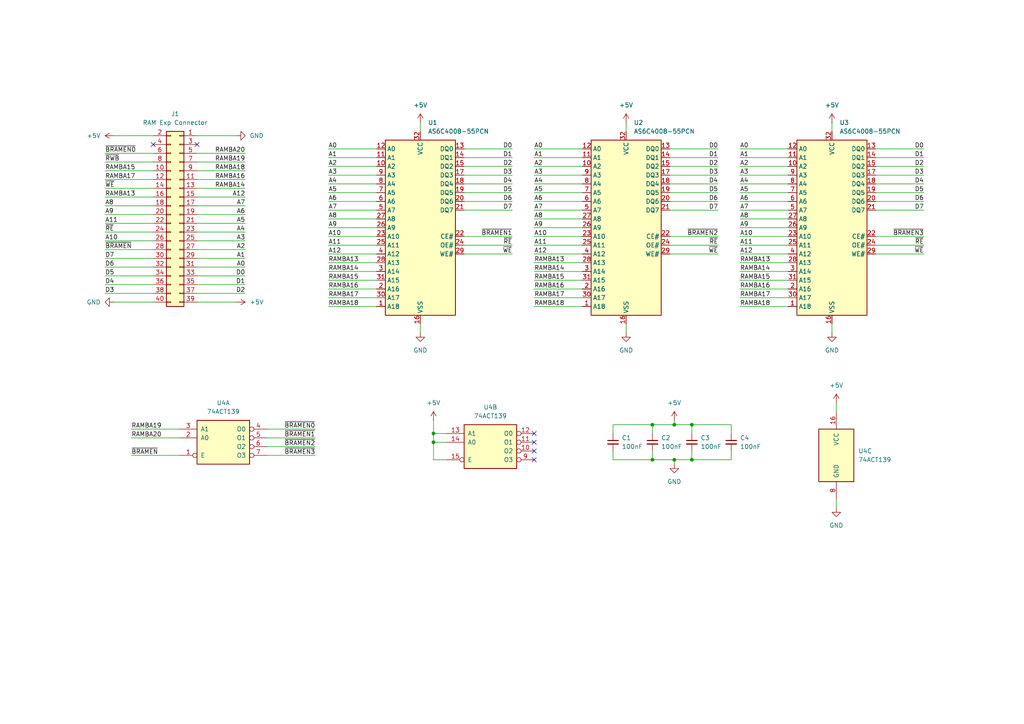
<source format=kicad_sch>
(kicad_sch
	(version 20231120)
	(generator "eeschema")
	(generator_version "8.0")
	(uuid "cec57ed4-9acc-4705-9813-1bcd42af2def")
	(paper "A4")
	(lib_symbols
		(symbol "74xx:74LS139"
			(pin_names
				(offset 1.016)
			)
			(exclude_from_sim no)
			(in_bom yes)
			(on_board yes)
			(property "Reference" "U"
				(at -7.62 8.89 0)
				(effects
					(font
						(size 1.27 1.27)
					)
				)
			)
			(property "Value" "74LS139"
				(at -7.62 -8.89 0)
				(effects
					(font
						(size 1.27 1.27)
					)
				)
			)
			(property "Footprint" ""
				(at 0 0 0)
				(effects
					(font
						(size 1.27 1.27)
					)
					(hide yes)
				)
			)
			(property "Datasheet" "http://www.ti.com/lit/ds/symlink/sn74ls139a.pdf"
				(at 0 0 0)
				(effects
					(font
						(size 1.27 1.27)
					)
					(hide yes)
				)
			)
			(property "Description" "Dual Decoder 1 of 4, Active low outputs"
				(at 0 0 0)
				(effects
					(font
						(size 1.27 1.27)
					)
					(hide yes)
				)
			)
			(property "ki_locked" ""
				(at 0 0 0)
				(effects
					(font
						(size 1.27 1.27)
					)
				)
			)
			(property "ki_keywords" "TTL DECOD4"
				(at 0 0 0)
				(effects
					(font
						(size 1.27 1.27)
					)
					(hide yes)
				)
			)
			(property "ki_fp_filters" "DIP?16*"
				(at 0 0 0)
				(effects
					(font
						(size 1.27 1.27)
					)
					(hide yes)
				)
			)
			(symbol "74LS139_1_0"
				(pin input inverted
					(at -12.7 -5.08 0)
					(length 5.08)
					(name "E"
						(effects
							(font
								(size 1.27 1.27)
							)
						)
					)
					(number "1"
						(effects
							(font
								(size 1.27 1.27)
							)
						)
					)
				)
				(pin input line
					(at -12.7 0 0)
					(length 5.08)
					(name "A0"
						(effects
							(font
								(size 1.27 1.27)
							)
						)
					)
					(number "2"
						(effects
							(font
								(size 1.27 1.27)
							)
						)
					)
				)
				(pin input line
					(at -12.7 2.54 0)
					(length 5.08)
					(name "A1"
						(effects
							(font
								(size 1.27 1.27)
							)
						)
					)
					(number "3"
						(effects
							(font
								(size 1.27 1.27)
							)
						)
					)
				)
				(pin output inverted
					(at 12.7 2.54 180)
					(length 5.08)
					(name "O0"
						(effects
							(font
								(size 1.27 1.27)
							)
						)
					)
					(number "4"
						(effects
							(font
								(size 1.27 1.27)
							)
						)
					)
				)
				(pin output inverted
					(at 12.7 0 180)
					(length 5.08)
					(name "O1"
						(effects
							(font
								(size 1.27 1.27)
							)
						)
					)
					(number "5"
						(effects
							(font
								(size 1.27 1.27)
							)
						)
					)
				)
				(pin output inverted
					(at 12.7 -2.54 180)
					(length 5.08)
					(name "O2"
						(effects
							(font
								(size 1.27 1.27)
							)
						)
					)
					(number "6"
						(effects
							(font
								(size 1.27 1.27)
							)
						)
					)
				)
				(pin output inverted
					(at 12.7 -5.08 180)
					(length 5.08)
					(name "O3"
						(effects
							(font
								(size 1.27 1.27)
							)
						)
					)
					(number "7"
						(effects
							(font
								(size 1.27 1.27)
							)
						)
					)
				)
			)
			(symbol "74LS139_1_1"
				(rectangle
					(start -7.62 5.08)
					(end 7.62 -7.62)
					(stroke
						(width 0.254)
						(type default)
					)
					(fill
						(type background)
					)
				)
			)
			(symbol "74LS139_2_0"
				(pin output inverted
					(at 12.7 -2.54 180)
					(length 5.08)
					(name "O2"
						(effects
							(font
								(size 1.27 1.27)
							)
						)
					)
					(number "10"
						(effects
							(font
								(size 1.27 1.27)
							)
						)
					)
				)
				(pin output inverted
					(at 12.7 0 180)
					(length 5.08)
					(name "O1"
						(effects
							(font
								(size 1.27 1.27)
							)
						)
					)
					(number "11"
						(effects
							(font
								(size 1.27 1.27)
							)
						)
					)
				)
				(pin output inverted
					(at 12.7 2.54 180)
					(length 5.08)
					(name "O0"
						(effects
							(font
								(size 1.27 1.27)
							)
						)
					)
					(number "12"
						(effects
							(font
								(size 1.27 1.27)
							)
						)
					)
				)
				(pin input line
					(at -12.7 2.54 0)
					(length 5.08)
					(name "A1"
						(effects
							(font
								(size 1.27 1.27)
							)
						)
					)
					(number "13"
						(effects
							(font
								(size 1.27 1.27)
							)
						)
					)
				)
				(pin input line
					(at -12.7 0 0)
					(length 5.08)
					(name "A0"
						(effects
							(font
								(size 1.27 1.27)
							)
						)
					)
					(number "14"
						(effects
							(font
								(size 1.27 1.27)
							)
						)
					)
				)
				(pin input inverted
					(at -12.7 -5.08 0)
					(length 5.08)
					(name "E"
						(effects
							(font
								(size 1.27 1.27)
							)
						)
					)
					(number "15"
						(effects
							(font
								(size 1.27 1.27)
							)
						)
					)
				)
				(pin output inverted
					(at 12.7 -5.08 180)
					(length 5.08)
					(name "O3"
						(effects
							(font
								(size 1.27 1.27)
							)
						)
					)
					(number "9"
						(effects
							(font
								(size 1.27 1.27)
							)
						)
					)
				)
			)
			(symbol "74LS139_2_1"
				(rectangle
					(start -7.62 5.08)
					(end 7.62 -7.62)
					(stroke
						(width 0.254)
						(type default)
					)
					(fill
						(type background)
					)
				)
			)
			(symbol "74LS139_3_0"
				(pin power_in line
					(at 0 12.7 270)
					(length 5.08)
					(name "VCC"
						(effects
							(font
								(size 1.27 1.27)
							)
						)
					)
					(number "16"
						(effects
							(font
								(size 1.27 1.27)
							)
						)
					)
				)
				(pin power_in line
					(at 0 -12.7 90)
					(length 5.08)
					(name "GND"
						(effects
							(font
								(size 1.27 1.27)
							)
						)
					)
					(number "8"
						(effects
							(font
								(size 1.27 1.27)
							)
						)
					)
				)
			)
			(symbol "74LS139_3_1"
				(rectangle
					(start -5.08 7.62)
					(end 5.08 -7.62)
					(stroke
						(width 0.254)
						(type default)
					)
					(fill
						(type background)
					)
				)
			)
		)
		(symbol "Connector_Generic:Conn_02x20_Odd_Even"
			(pin_names
				(offset 1.016) hide)
			(exclude_from_sim no)
			(in_bom yes)
			(on_board yes)
			(property "Reference" "J"
				(at 1.27 25.4 0)
				(effects
					(font
						(size 1.27 1.27)
					)
				)
			)
			(property "Value" "Conn_02x20_Odd_Even"
				(at 1.27 -27.94 0)
				(effects
					(font
						(size 1.27 1.27)
					)
				)
			)
			(property "Footprint" ""
				(at 0 0 0)
				(effects
					(font
						(size 1.27 1.27)
					)
					(hide yes)
				)
			)
			(property "Datasheet" "~"
				(at 0 0 0)
				(effects
					(font
						(size 1.27 1.27)
					)
					(hide yes)
				)
			)
			(property "Description" "Generic connector, double row, 02x20, odd/even pin numbering scheme (row 1 odd numbers, row 2 even numbers), script generated (kicad-library-utils/schlib/autogen/connector/)"
				(at 0 0 0)
				(effects
					(font
						(size 1.27 1.27)
					)
					(hide yes)
				)
			)
			(property "ki_keywords" "connector"
				(at 0 0 0)
				(effects
					(font
						(size 1.27 1.27)
					)
					(hide yes)
				)
			)
			(property "ki_fp_filters" "Connector*:*_2x??_*"
				(at 0 0 0)
				(effects
					(font
						(size 1.27 1.27)
					)
					(hide yes)
				)
			)
			(symbol "Conn_02x20_Odd_Even_1_1"
				(rectangle
					(start -1.27 -25.273)
					(end 0 -25.527)
					(stroke
						(width 0.1524)
						(type default)
					)
					(fill
						(type none)
					)
				)
				(rectangle
					(start -1.27 -22.733)
					(end 0 -22.987)
					(stroke
						(width 0.1524)
						(type default)
					)
					(fill
						(type none)
					)
				)
				(rectangle
					(start -1.27 -20.193)
					(end 0 -20.447)
					(stroke
						(width 0.1524)
						(type default)
					)
					(fill
						(type none)
					)
				)
				(rectangle
					(start -1.27 -17.653)
					(end 0 -17.907)
					(stroke
						(width 0.1524)
						(type default)
					)
					(fill
						(type none)
					)
				)
				(rectangle
					(start -1.27 -15.113)
					(end 0 -15.367)
					(stroke
						(width 0.1524)
						(type default)
					)
					(fill
						(type none)
					)
				)
				(rectangle
					(start -1.27 -12.573)
					(end 0 -12.827)
					(stroke
						(width 0.1524)
						(type default)
					)
					(fill
						(type none)
					)
				)
				(rectangle
					(start -1.27 -10.033)
					(end 0 -10.287)
					(stroke
						(width 0.1524)
						(type default)
					)
					(fill
						(type none)
					)
				)
				(rectangle
					(start -1.27 -7.493)
					(end 0 -7.747)
					(stroke
						(width 0.1524)
						(type default)
					)
					(fill
						(type none)
					)
				)
				(rectangle
					(start -1.27 -4.953)
					(end 0 -5.207)
					(stroke
						(width 0.1524)
						(type default)
					)
					(fill
						(type none)
					)
				)
				(rectangle
					(start -1.27 -2.413)
					(end 0 -2.667)
					(stroke
						(width 0.1524)
						(type default)
					)
					(fill
						(type none)
					)
				)
				(rectangle
					(start -1.27 0.127)
					(end 0 -0.127)
					(stroke
						(width 0.1524)
						(type default)
					)
					(fill
						(type none)
					)
				)
				(rectangle
					(start -1.27 2.667)
					(end 0 2.413)
					(stroke
						(width 0.1524)
						(type default)
					)
					(fill
						(type none)
					)
				)
				(rectangle
					(start -1.27 5.207)
					(end 0 4.953)
					(stroke
						(width 0.1524)
						(type default)
					)
					(fill
						(type none)
					)
				)
				(rectangle
					(start -1.27 7.747)
					(end 0 7.493)
					(stroke
						(width 0.1524)
						(type default)
					)
					(fill
						(type none)
					)
				)
				(rectangle
					(start -1.27 10.287)
					(end 0 10.033)
					(stroke
						(width 0.1524)
						(type default)
					)
					(fill
						(type none)
					)
				)
				(rectangle
					(start -1.27 12.827)
					(end 0 12.573)
					(stroke
						(width 0.1524)
						(type default)
					)
					(fill
						(type none)
					)
				)
				(rectangle
					(start -1.27 15.367)
					(end 0 15.113)
					(stroke
						(width 0.1524)
						(type default)
					)
					(fill
						(type none)
					)
				)
				(rectangle
					(start -1.27 17.907)
					(end 0 17.653)
					(stroke
						(width 0.1524)
						(type default)
					)
					(fill
						(type none)
					)
				)
				(rectangle
					(start -1.27 20.447)
					(end 0 20.193)
					(stroke
						(width 0.1524)
						(type default)
					)
					(fill
						(type none)
					)
				)
				(rectangle
					(start -1.27 22.987)
					(end 0 22.733)
					(stroke
						(width 0.1524)
						(type default)
					)
					(fill
						(type none)
					)
				)
				(rectangle
					(start -1.27 24.13)
					(end 3.81 -26.67)
					(stroke
						(width 0.254)
						(type default)
					)
					(fill
						(type background)
					)
				)
				(rectangle
					(start 3.81 -25.273)
					(end 2.54 -25.527)
					(stroke
						(width 0.1524)
						(type default)
					)
					(fill
						(type none)
					)
				)
				(rectangle
					(start 3.81 -22.733)
					(end 2.54 -22.987)
					(stroke
						(width 0.1524)
						(type default)
					)
					(fill
						(type none)
					)
				)
				(rectangle
					(start 3.81 -20.193)
					(end 2.54 -20.447)
					(stroke
						(width 0.1524)
						(type default)
					)
					(fill
						(type none)
					)
				)
				(rectangle
					(start 3.81 -17.653)
					(end 2.54 -17.907)
					(stroke
						(width 0.1524)
						(type default)
					)
					(fill
						(type none)
					)
				)
				(rectangle
					(start 3.81 -15.113)
					(end 2.54 -15.367)
					(stroke
						(width 0.1524)
						(type default)
					)
					(fill
						(type none)
					)
				)
				(rectangle
					(start 3.81 -12.573)
					(end 2.54 -12.827)
					(stroke
						(width 0.1524)
						(type default)
					)
					(fill
						(type none)
					)
				)
				(rectangle
					(start 3.81 -10.033)
					(end 2.54 -10.287)
					(stroke
						(width 0.1524)
						(type default)
					)
					(fill
						(type none)
					)
				)
				(rectangle
					(start 3.81 -7.493)
					(end 2.54 -7.747)
					(stroke
						(width 0.1524)
						(type default)
					)
					(fill
						(type none)
					)
				)
				(rectangle
					(start 3.81 -4.953)
					(end 2.54 -5.207)
					(stroke
						(width 0.1524)
						(type default)
					)
					(fill
						(type none)
					)
				)
				(rectangle
					(start 3.81 -2.413)
					(end 2.54 -2.667)
					(stroke
						(width 0.1524)
						(type default)
					)
					(fill
						(type none)
					)
				)
				(rectangle
					(start 3.81 0.127)
					(end 2.54 -0.127)
					(stroke
						(width 0.1524)
						(type default)
					)
					(fill
						(type none)
					)
				)
				(rectangle
					(start 3.81 2.667)
					(end 2.54 2.413)
					(stroke
						(width 0.1524)
						(type default)
					)
					(fill
						(type none)
					)
				)
				(rectangle
					(start 3.81 5.207)
					(end 2.54 4.953)
					(stroke
						(width 0.1524)
						(type default)
					)
					(fill
						(type none)
					)
				)
				(rectangle
					(start 3.81 7.747)
					(end 2.54 7.493)
					(stroke
						(width 0.1524)
						(type default)
					)
					(fill
						(type none)
					)
				)
				(rectangle
					(start 3.81 10.287)
					(end 2.54 10.033)
					(stroke
						(width 0.1524)
						(type default)
					)
					(fill
						(type none)
					)
				)
				(rectangle
					(start 3.81 12.827)
					(end 2.54 12.573)
					(stroke
						(width 0.1524)
						(type default)
					)
					(fill
						(type none)
					)
				)
				(rectangle
					(start 3.81 15.367)
					(end 2.54 15.113)
					(stroke
						(width 0.1524)
						(type default)
					)
					(fill
						(type none)
					)
				)
				(rectangle
					(start 3.81 17.907)
					(end 2.54 17.653)
					(stroke
						(width 0.1524)
						(type default)
					)
					(fill
						(type none)
					)
				)
				(rectangle
					(start 3.81 20.447)
					(end 2.54 20.193)
					(stroke
						(width 0.1524)
						(type default)
					)
					(fill
						(type none)
					)
				)
				(rectangle
					(start 3.81 22.987)
					(end 2.54 22.733)
					(stroke
						(width 0.1524)
						(type default)
					)
					(fill
						(type none)
					)
				)
				(pin passive line
					(at -5.08 22.86 0)
					(length 3.81)
					(name "Pin_1"
						(effects
							(font
								(size 1.27 1.27)
							)
						)
					)
					(number "1"
						(effects
							(font
								(size 1.27 1.27)
							)
						)
					)
				)
				(pin passive line
					(at 7.62 12.7 180)
					(length 3.81)
					(name "Pin_10"
						(effects
							(font
								(size 1.27 1.27)
							)
						)
					)
					(number "10"
						(effects
							(font
								(size 1.27 1.27)
							)
						)
					)
				)
				(pin passive line
					(at -5.08 10.16 0)
					(length 3.81)
					(name "Pin_11"
						(effects
							(font
								(size 1.27 1.27)
							)
						)
					)
					(number "11"
						(effects
							(font
								(size 1.27 1.27)
							)
						)
					)
				)
				(pin passive line
					(at 7.62 10.16 180)
					(length 3.81)
					(name "Pin_12"
						(effects
							(font
								(size 1.27 1.27)
							)
						)
					)
					(number "12"
						(effects
							(font
								(size 1.27 1.27)
							)
						)
					)
				)
				(pin passive line
					(at -5.08 7.62 0)
					(length 3.81)
					(name "Pin_13"
						(effects
							(font
								(size 1.27 1.27)
							)
						)
					)
					(number "13"
						(effects
							(font
								(size 1.27 1.27)
							)
						)
					)
				)
				(pin passive line
					(at 7.62 7.62 180)
					(length 3.81)
					(name "Pin_14"
						(effects
							(font
								(size 1.27 1.27)
							)
						)
					)
					(number "14"
						(effects
							(font
								(size 1.27 1.27)
							)
						)
					)
				)
				(pin passive line
					(at -5.08 5.08 0)
					(length 3.81)
					(name "Pin_15"
						(effects
							(font
								(size 1.27 1.27)
							)
						)
					)
					(number "15"
						(effects
							(font
								(size 1.27 1.27)
							)
						)
					)
				)
				(pin passive line
					(at 7.62 5.08 180)
					(length 3.81)
					(name "Pin_16"
						(effects
							(font
								(size 1.27 1.27)
							)
						)
					)
					(number "16"
						(effects
							(font
								(size 1.27 1.27)
							)
						)
					)
				)
				(pin passive line
					(at -5.08 2.54 0)
					(length 3.81)
					(name "Pin_17"
						(effects
							(font
								(size 1.27 1.27)
							)
						)
					)
					(number "17"
						(effects
							(font
								(size 1.27 1.27)
							)
						)
					)
				)
				(pin passive line
					(at 7.62 2.54 180)
					(length 3.81)
					(name "Pin_18"
						(effects
							(font
								(size 1.27 1.27)
							)
						)
					)
					(number "18"
						(effects
							(font
								(size 1.27 1.27)
							)
						)
					)
				)
				(pin passive line
					(at -5.08 0 0)
					(length 3.81)
					(name "Pin_19"
						(effects
							(font
								(size 1.27 1.27)
							)
						)
					)
					(number "19"
						(effects
							(font
								(size 1.27 1.27)
							)
						)
					)
				)
				(pin passive line
					(at 7.62 22.86 180)
					(length 3.81)
					(name "Pin_2"
						(effects
							(font
								(size 1.27 1.27)
							)
						)
					)
					(number "2"
						(effects
							(font
								(size 1.27 1.27)
							)
						)
					)
				)
				(pin passive line
					(at 7.62 0 180)
					(length 3.81)
					(name "Pin_20"
						(effects
							(font
								(size 1.27 1.27)
							)
						)
					)
					(number "20"
						(effects
							(font
								(size 1.27 1.27)
							)
						)
					)
				)
				(pin passive line
					(at -5.08 -2.54 0)
					(length 3.81)
					(name "Pin_21"
						(effects
							(font
								(size 1.27 1.27)
							)
						)
					)
					(number "21"
						(effects
							(font
								(size 1.27 1.27)
							)
						)
					)
				)
				(pin passive line
					(at 7.62 -2.54 180)
					(length 3.81)
					(name "Pin_22"
						(effects
							(font
								(size 1.27 1.27)
							)
						)
					)
					(number "22"
						(effects
							(font
								(size 1.27 1.27)
							)
						)
					)
				)
				(pin passive line
					(at -5.08 -5.08 0)
					(length 3.81)
					(name "Pin_23"
						(effects
							(font
								(size 1.27 1.27)
							)
						)
					)
					(number "23"
						(effects
							(font
								(size 1.27 1.27)
							)
						)
					)
				)
				(pin passive line
					(at 7.62 -5.08 180)
					(length 3.81)
					(name "Pin_24"
						(effects
							(font
								(size 1.27 1.27)
							)
						)
					)
					(number "24"
						(effects
							(font
								(size 1.27 1.27)
							)
						)
					)
				)
				(pin passive line
					(at -5.08 -7.62 0)
					(length 3.81)
					(name "Pin_25"
						(effects
							(font
								(size 1.27 1.27)
							)
						)
					)
					(number "25"
						(effects
							(font
								(size 1.27 1.27)
							)
						)
					)
				)
				(pin passive line
					(at 7.62 -7.62 180)
					(length 3.81)
					(name "Pin_26"
						(effects
							(font
								(size 1.27 1.27)
							)
						)
					)
					(number "26"
						(effects
							(font
								(size 1.27 1.27)
							)
						)
					)
				)
				(pin passive line
					(at -5.08 -10.16 0)
					(length 3.81)
					(name "Pin_27"
						(effects
							(font
								(size 1.27 1.27)
							)
						)
					)
					(number "27"
						(effects
							(font
								(size 1.27 1.27)
							)
						)
					)
				)
				(pin passive line
					(at 7.62 -10.16 180)
					(length 3.81)
					(name "Pin_28"
						(effects
							(font
								(size 1.27 1.27)
							)
						)
					)
					(number "28"
						(effects
							(font
								(size 1.27 1.27)
							)
						)
					)
				)
				(pin passive line
					(at -5.08 -12.7 0)
					(length 3.81)
					(name "Pin_29"
						(effects
							(font
								(size 1.27 1.27)
							)
						)
					)
					(number "29"
						(effects
							(font
								(size 1.27 1.27)
							)
						)
					)
				)
				(pin passive line
					(at -5.08 20.32 0)
					(length 3.81)
					(name "Pin_3"
						(effects
							(font
								(size 1.27 1.27)
							)
						)
					)
					(number "3"
						(effects
							(font
								(size 1.27 1.27)
							)
						)
					)
				)
				(pin passive line
					(at 7.62 -12.7 180)
					(length 3.81)
					(name "Pin_30"
						(effects
							(font
								(size 1.27 1.27)
							)
						)
					)
					(number "30"
						(effects
							(font
								(size 1.27 1.27)
							)
						)
					)
				)
				(pin passive line
					(at -5.08 -15.24 0)
					(length 3.81)
					(name "Pin_31"
						(effects
							(font
								(size 1.27 1.27)
							)
						)
					)
					(number "31"
						(effects
							(font
								(size 1.27 1.27)
							)
						)
					)
				)
				(pin passive line
					(at 7.62 -15.24 180)
					(length 3.81)
					(name "Pin_32"
						(effects
							(font
								(size 1.27 1.27)
							)
						)
					)
					(number "32"
						(effects
							(font
								(size 1.27 1.27)
							)
						)
					)
				)
				(pin passive line
					(at -5.08 -17.78 0)
					(length 3.81)
					(name "Pin_33"
						(effects
							(font
								(size 1.27 1.27)
							)
						)
					)
					(number "33"
						(effects
							(font
								(size 1.27 1.27)
							)
						)
					)
				)
				(pin passive line
					(at 7.62 -17.78 180)
					(length 3.81)
					(name "Pin_34"
						(effects
							(font
								(size 1.27 1.27)
							)
						)
					)
					(number "34"
						(effects
							(font
								(size 1.27 1.27)
							)
						)
					)
				)
				(pin passive line
					(at -5.08 -20.32 0)
					(length 3.81)
					(name "Pin_35"
						(effects
							(font
								(size 1.27 1.27)
							)
						)
					)
					(number "35"
						(effects
							(font
								(size 1.27 1.27)
							)
						)
					)
				)
				(pin passive line
					(at 7.62 -20.32 180)
					(length 3.81)
					(name "Pin_36"
						(effects
							(font
								(size 1.27 1.27)
							)
						)
					)
					(number "36"
						(effects
							(font
								(size 1.27 1.27)
							)
						)
					)
				)
				(pin passive line
					(at -5.08 -22.86 0)
					(length 3.81)
					(name "Pin_37"
						(effects
							(font
								(size 1.27 1.27)
							)
						)
					)
					(number "37"
						(effects
							(font
								(size 1.27 1.27)
							)
						)
					)
				)
				(pin passive line
					(at 7.62 -22.86 180)
					(length 3.81)
					(name "Pin_38"
						(effects
							(font
								(size 1.27 1.27)
							)
						)
					)
					(number "38"
						(effects
							(font
								(size 1.27 1.27)
							)
						)
					)
				)
				(pin passive line
					(at -5.08 -25.4 0)
					(length 3.81)
					(name "Pin_39"
						(effects
							(font
								(size 1.27 1.27)
							)
						)
					)
					(number "39"
						(effects
							(font
								(size 1.27 1.27)
							)
						)
					)
				)
				(pin passive line
					(at 7.62 20.32 180)
					(length 3.81)
					(name "Pin_4"
						(effects
							(font
								(size 1.27 1.27)
							)
						)
					)
					(number "4"
						(effects
							(font
								(size 1.27 1.27)
							)
						)
					)
				)
				(pin passive line
					(at 7.62 -25.4 180)
					(length 3.81)
					(name "Pin_40"
						(effects
							(font
								(size 1.27 1.27)
							)
						)
					)
					(number "40"
						(effects
							(font
								(size 1.27 1.27)
							)
						)
					)
				)
				(pin passive line
					(at -5.08 17.78 0)
					(length 3.81)
					(name "Pin_5"
						(effects
							(font
								(size 1.27 1.27)
							)
						)
					)
					(number "5"
						(effects
							(font
								(size 1.27 1.27)
							)
						)
					)
				)
				(pin passive line
					(at 7.62 17.78 180)
					(length 3.81)
					(name "Pin_6"
						(effects
							(font
								(size 1.27 1.27)
							)
						)
					)
					(number "6"
						(effects
							(font
								(size 1.27 1.27)
							)
						)
					)
				)
				(pin passive line
					(at -5.08 15.24 0)
					(length 3.81)
					(name "Pin_7"
						(effects
							(font
								(size 1.27 1.27)
							)
						)
					)
					(number "7"
						(effects
							(font
								(size 1.27 1.27)
							)
						)
					)
				)
				(pin passive line
					(at 7.62 15.24 180)
					(length 3.81)
					(name "Pin_8"
						(effects
							(font
								(size 1.27 1.27)
							)
						)
					)
					(number "8"
						(effects
							(font
								(size 1.27 1.27)
							)
						)
					)
				)
				(pin passive line
					(at -5.08 12.7 0)
					(length 3.81)
					(name "Pin_9"
						(effects
							(font
								(size 1.27 1.27)
							)
						)
					)
					(number "9"
						(effects
							(font
								(size 1.27 1.27)
							)
						)
					)
				)
			)
		)
		(symbol "Device:C_Small"
			(pin_numbers hide)
			(pin_names
				(offset 0.254) hide)
			(exclude_from_sim no)
			(in_bom yes)
			(on_board yes)
			(property "Reference" "C"
				(at 0.254 1.778 0)
				(effects
					(font
						(size 1.27 1.27)
					)
					(justify left)
				)
			)
			(property "Value" "C_Small"
				(at 0.254 -2.032 0)
				(effects
					(font
						(size 1.27 1.27)
					)
					(justify left)
				)
			)
			(property "Footprint" ""
				(at 0 0 0)
				(effects
					(font
						(size 1.27 1.27)
					)
					(hide yes)
				)
			)
			(property "Datasheet" "~"
				(at 0 0 0)
				(effects
					(font
						(size 1.27 1.27)
					)
					(hide yes)
				)
			)
			(property "Description" "Unpolarized capacitor, small symbol"
				(at 0 0 0)
				(effects
					(font
						(size 1.27 1.27)
					)
					(hide yes)
				)
			)
			(property "ki_keywords" "capacitor cap"
				(at 0 0 0)
				(effects
					(font
						(size 1.27 1.27)
					)
					(hide yes)
				)
			)
			(property "ki_fp_filters" "C_*"
				(at 0 0 0)
				(effects
					(font
						(size 1.27 1.27)
					)
					(hide yes)
				)
			)
			(symbol "C_Small_0_1"
				(polyline
					(pts
						(xy -1.524 -0.508) (xy 1.524 -0.508)
					)
					(stroke
						(width 0.3302)
						(type default)
					)
					(fill
						(type none)
					)
				)
				(polyline
					(pts
						(xy -1.524 0.508) (xy 1.524 0.508)
					)
					(stroke
						(width 0.3048)
						(type default)
					)
					(fill
						(type none)
					)
				)
			)
			(symbol "C_Small_1_1"
				(pin passive line
					(at 0 2.54 270)
					(length 2.032)
					(name "~"
						(effects
							(font
								(size 1.27 1.27)
							)
						)
					)
					(number "1"
						(effects
							(font
								(size 1.27 1.27)
							)
						)
					)
				)
				(pin passive line
					(at 0 -2.54 90)
					(length 2.032)
					(name "~"
						(effects
							(font
								(size 1.27 1.27)
							)
						)
					)
					(number "2"
						(effects
							(font
								(size 1.27 1.27)
							)
						)
					)
				)
			)
		)
		(symbol "Memory_RAM:AS6C4008-55PCN"
			(exclude_from_sim no)
			(in_bom yes)
			(on_board yes)
			(property "Reference" "U"
				(at -10.16 26.035 0)
				(effects
					(font
						(size 1.27 1.27)
					)
					(justify left bottom)
				)
			)
			(property "Value" "AS6C4008-55PCN"
				(at 2.54 26.035 0)
				(effects
					(font
						(size 1.27 1.27)
					)
					(justify left bottom)
				)
			)
			(property "Footprint" "Package_DIP:DIP-32_W15.24mm"
				(at 0 2.54 0)
				(effects
					(font
						(size 1.27 1.27)
					)
					(hide yes)
				)
			)
			(property "Datasheet" "https://www.alliancememory.com/wp-content/uploads/pdf/AS6C4008.pdf"
				(at 0 2.54 0)
				(effects
					(font
						(size 1.27 1.27)
					)
					(hide yes)
				)
			)
			(property "Description" "512K x 8 Low Power CMOS RAM, DIP-32"
				(at 0 0 0)
				(effects
					(font
						(size 1.27 1.27)
					)
					(hide yes)
				)
			)
			(property "ki_keywords" "RAM SRAM CMOS MEMORY"
				(at 0 0 0)
				(effects
					(font
						(size 1.27 1.27)
					)
					(hide yes)
				)
			)
			(property "ki_fp_filters" "DIP*W15.24mm*"
				(at 0 0 0)
				(effects
					(font
						(size 1.27 1.27)
					)
					(hide yes)
				)
			)
			(symbol "AS6C4008-55PCN_0_0"
				(pin power_in line
					(at 0 -27.94 90)
					(length 2.54)
					(name "VSS"
						(effects
							(font
								(size 1.27 1.27)
							)
						)
					)
					(number "16"
						(effects
							(font
								(size 1.27 1.27)
							)
						)
					)
				)
				(pin power_in line
					(at 0 27.94 270)
					(length 2.54)
					(name "VCC"
						(effects
							(font
								(size 1.27 1.27)
							)
						)
					)
					(number "32"
						(effects
							(font
								(size 1.27 1.27)
							)
						)
					)
				)
			)
			(symbol "AS6C4008-55PCN_0_1"
				(rectangle
					(start -10.16 25.4)
					(end 10.16 -25.4)
					(stroke
						(width 0.254)
						(type default)
					)
					(fill
						(type background)
					)
				)
			)
			(symbol "AS6C4008-55PCN_1_1"
				(pin input line
					(at -12.7 -22.86 0)
					(length 2.54)
					(name "A18"
						(effects
							(font
								(size 1.27 1.27)
							)
						)
					)
					(number "1"
						(effects
							(font
								(size 1.27 1.27)
							)
						)
					)
				)
				(pin input line
					(at -12.7 17.78 0)
					(length 2.54)
					(name "A2"
						(effects
							(font
								(size 1.27 1.27)
							)
						)
					)
					(number "10"
						(effects
							(font
								(size 1.27 1.27)
							)
						)
					)
				)
				(pin input line
					(at -12.7 20.32 0)
					(length 2.54)
					(name "A1"
						(effects
							(font
								(size 1.27 1.27)
							)
						)
					)
					(number "11"
						(effects
							(font
								(size 1.27 1.27)
							)
						)
					)
				)
				(pin input line
					(at -12.7 22.86 0)
					(length 2.54)
					(name "A0"
						(effects
							(font
								(size 1.27 1.27)
							)
						)
					)
					(number "12"
						(effects
							(font
								(size 1.27 1.27)
							)
						)
					)
				)
				(pin tri_state line
					(at 12.7 22.86 180)
					(length 2.54)
					(name "DQ0"
						(effects
							(font
								(size 1.27 1.27)
							)
						)
					)
					(number "13"
						(effects
							(font
								(size 1.27 1.27)
							)
						)
					)
				)
				(pin tri_state line
					(at 12.7 20.32 180)
					(length 2.54)
					(name "DQ1"
						(effects
							(font
								(size 1.27 1.27)
							)
						)
					)
					(number "14"
						(effects
							(font
								(size 1.27 1.27)
							)
						)
					)
				)
				(pin tri_state line
					(at 12.7 17.78 180)
					(length 2.54)
					(name "DQ2"
						(effects
							(font
								(size 1.27 1.27)
							)
						)
					)
					(number "15"
						(effects
							(font
								(size 1.27 1.27)
							)
						)
					)
				)
				(pin tri_state line
					(at 12.7 15.24 180)
					(length 2.54)
					(name "DQ3"
						(effects
							(font
								(size 1.27 1.27)
							)
						)
					)
					(number "17"
						(effects
							(font
								(size 1.27 1.27)
							)
						)
					)
				)
				(pin tri_state line
					(at 12.7 12.7 180)
					(length 2.54)
					(name "DQ4"
						(effects
							(font
								(size 1.27 1.27)
							)
						)
					)
					(number "18"
						(effects
							(font
								(size 1.27 1.27)
							)
						)
					)
				)
				(pin tri_state line
					(at 12.7 10.16 180)
					(length 2.54)
					(name "DQ5"
						(effects
							(font
								(size 1.27 1.27)
							)
						)
					)
					(number "19"
						(effects
							(font
								(size 1.27 1.27)
							)
						)
					)
				)
				(pin input line
					(at -12.7 -17.78 0)
					(length 2.54)
					(name "A16"
						(effects
							(font
								(size 1.27 1.27)
							)
						)
					)
					(number "2"
						(effects
							(font
								(size 1.27 1.27)
							)
						)
					)
				)
				(pin tri_state line
					(at 12.7 7.62 180)
					(length 2.54)
					(name "DQ6"
						(effects
							(font
								(size 1.27 1.27)
							)
						)
					)
					(number "20"
						(effects
							(font
								(size 1.27 1.27)
							)
						)
					)
				)
				(pin tri_state line
					(at 12.7 5.08 180)
					(length 2.54)
					(name "DQ7"
						(effects
							(font
								(size 1.27 1.27)
							)
						)
					)
					(number "21"
						(effects
							(font
								(size 1.27 1.27)
							)
						)
					)
				)
				(pin input line
					(at 12.7 -2.54 180)
					(length 2.54)
					(name "CE#"
						(effects
							(font
								(size 1.27 1.27)
							)
						)
					)
					(number "22"
						(effects
							(font
								(size 1.27 1.27)
							)
						)
					)
				)
				(pin input line
					(at -12.7 -2.54 0)
					(length 2.54)
					(name "A10"
						(effects
							(font
								(size 1.27 1.27)
							)
						)
					)
					(number "23"
						(effects
							(font
								(size 1.27 1.27)
							)
						)
					)
				)
				(pin input line
					(at 12.7 -5.08 180)
					(length 2.54)
					(name "OE#"
						(effects
							(font
								(size 1.27 1.27)
							)
						)
					)
					(number "24"
						(effects
							(font
								(size 1.27 1.27)
							)
						)
					)
				)
				(pin input line
					(at -12.7 -5.08 0)
					(length 2.54)
					(name "A11"
						(effects
							(font
								(size 1.27 1.27)
							)
						)
					)
					(number "25"
						(effects
							(font
								(size 1.27 1.27)
							)
						)
					)
				)
				(pin input line
					(at -12.7 0 0)
					(length 2.54)
					(name "A9"
						(effects
							(font
								(size 1.27 1.27)
							)
						)
					)
					(number "26"
						(effects
							(font
								(size 1.27 1.27)
							)
						)
					)
				)
				(pin input line
					(at -12.7 2.54 0)
					(length 2.54)
					(name "A8"
						(effects
							(font
								(size 1.27 1.27)
							)
						)
					)
					(number "27"
						(effects
							(font
								(size 1.27 1.27)
							)
						)
					)
				)
				(pin input line
					(at -12.7 -10.16 0)
					(length 2.54)
					(name "A13"
						(effects
							(font
								(size 1.27 1.27)
							)
						)
					)
					(number "28"
						(effects
							(font
								(size 1.27 1.27)
							)
						)
					)
				)
				(pin input line
					(at 12.7 -7.62 180)
					(length 2.54)
					(name "WE#"
						(effects
							(font
								(size 1.27 1.27)
							)
						)
					)
					(number "29"
						(effects
							(font
								(size 1.27 1.27)
							)
						)
					)
				)
				(pin input line
					(at -12.7 -12.7 0)
					(length 2.54)
					(name "A14"
						(effects
							(font
								(size 1.27 1.27)
							)
						)
					)
					(number "3"
						(effects
							(font
								(size 1.27 1.27)
							)
						)
					)
				)
				(pin input line
					(at -12.7 -20.32 0)
					(length 2.54)
					(name "A17"
						(effects
							(font
								(size 1.27 1.27)
							)
						)
					)
					(number "30"
						(effects
							(font
								(size 1.27 1.27)
							)
						)
					)
				)
				(pin input line
					(at -12.7 -15.24 0)
					(length 2.54)
					(name "A15"
						(effects
							(font
								(size 1.27 1.27)
							)
						)
					)
					(number "31"
						(effects
							(font
								(size 1.27 1.27)
							)
						)
					)
				)
				(pin input line
					(at -12.7 -7.62 0)
					(length 2.54)
					(name "A12"
						(effects
							(font
								(size 1.27 1.27)
							)
						)
					)
					(number "4"
						(effects
							(font
								(size 1.27 1.27)
							)
						)
					)
				)
				(pin input line
					(at -12.7 5.08 0)
					(length 2.54)
					(name "A7"
						(effects
							(font
								(size 1.27 1.27)
							)
						)
					)
					(number "5"
						(effects
							(font
								(size 1.27 1.27)
							)
						)
					)
				)
				(pin input line
					(at -12.7 7.62 0)
					(length 2.54)
					(name "A6"
						(effects
							(font
								(size 1.27 1.27)
							)
						)
					)
					(number "6"
						(effects
							(font
								(size 1.27 1.27)
							)
						)
					)
				)
				(pin input line
					(at -12.7 10.16 0)
					(length 2.54)
					(name "A5"
						(effects
							(font
								(size 1.27 1.27)
							)
						)
					)
					(number "7"
						(effects
							(font
								(size 1.27 1.27)
							)
						)
					)
				)
				(pin input line
					(at -12.7 12.7 0)
					(length 2.54)
					(name "A4"
						(effects
							(font
								(size 1.27 1.27)
							)
						)
					)
					(number "8"
						(effects
							(font
								(size 1.27 1.27)
							)
						)
					)
				)
				(pin input line
					(at -12.7 15.24 0)
					(length 2.54)
					(name "A3"
						(effects
							(font
								(size 1.27 1.27)
							)
						)
					)
					(number "9"
						(effects
							(font
								(size 1.27 1.27)
							)
						)
					)
				)
			)
		)
		(symbol "power:+5V"
			(power)
			(pin_numbers hide)
			(pin_names
				(offset 0) hide)
			(exclude_from_sim no)
			(in_bom yes)
			(on_board yes)
			(property "Reference" "#PWR"
				(at 0 -3.81 0)
				(effects
					(font
						(size 1.27 1.27)
					)
					(hide yes)
				)
			)
			(property "Value" "+5V"
				(at 0 3.556 0)
				(effects
					(font
						(size 1.27 1.27)
					)
				)
			)
			(property "Footprint" ""
				(at 0 0 0)
				(effects
					(font
						(size 1.27 1.27)
					)
					(hide yes)
				)
			)
			(property "Datasheet" ""
				(at 0 0 0)
				(effects
					(font
						(size 1.27 1.27)
					)
					(hide yes)
				)
			)
			(property "Description" "Power symbol creates a global label with name \"+5V\""
				(at 0 0 0)
				(effects
					(font
						(size 1.27 1.27)
					)
					(hide yes)
				)
			)
			(property "ki_keywords" "global power"
				(at 0 0 0)
				(effects
					(font
						(size 1.27 1.27)
					)
					(hide yes)
				)
			)
			(symbol "+5V_0_1"
				(polyline
					(pts
						(xy -0.762 1.27) (xy 0 2.54)
					)
					(stroke
						(width 0)
						(type default)
					)
					(fill
						(type none)
					)
				)
				(polyline
					(pts
						(xy 0 0) (xy 0 2.54)
					)
					(stroke
						(width 0)
						(type default)
					)
					(fill
						(type none)
					)
				)
				(polyline
					(pts
						(xy 0 2.54) (xy 0.762 1.27)
					)
					(stroke
						(width 0)
						(type default)
					)
					(fill
						(type none)
					)
				)
			)
			(symbol "+5V_1_1"
				(pin power_in line
					(at 0 0 90)
					(length 0)
					(name "~"
						(effects
							(font
								(size 1.27 1.27)
							)
						)
					)
					(number "1"
						(effects
							(font
								(size 1.27 1.27)
							)
						)
					)
				)
			)
		)
		(symbol "power:GND"
			(power)
			(pin_numbers hide)
			(pin_names
				(offset 0) hide)
			(exclude_from_sim no)
			(in_bom yes)
			(on_board yes)
			(property "Reference" "#PWR"
				(at 0 -6.35 0)
				(effects
					(font
						(size 1.27 1.27)
					)
					(hide yes)
				)
			)
			(property "Value" "GND"
				(at 0 -3.81 0)
				(effects
					(font
						(size 1.27 1.27)
					)
				)
			)
			(property "Footprint" ""
				(at 0 0 0)
				(effects
					(font
						(size 1.27 1.27)
					)
					(hide yes)
				)
			)
			(property "Datasheet" ""
				(at 0 0 0)
				(effects
					(font
						(size 1.27 1.27)
					)
					(hide yes)
				)
			)
			(property "Description" "Power symbol creates a global label with name \"GND\" , ground"
				(at 0 0 0)
				(effects
					(font
						(size 1.27 1.27)
					)
					(hide yes)
				)
			)
			(property "ki_keywords" "global power"
				(at 0 0 0)
				(effects
					(font
						(size 1.27 1.27)
					)
					(hide yes)
				)
			)
			(symbol "GND_0_1"
				(polyline
					(pts
						(xy 0 0) (xy 0 -1.27) (xy 1.27 -1.27) (xy 0 -2.54) (xy -1.27 -1.27) (xy 0 -1.27)
					)
					(stroke
						(width 0)
						(type default)
					)
					(fill
						(type none)
					)
				)
			)
			(symbol "GND_1_1"
				(pin power_in line
					(at 0 0 270)
					(length 0)
					(name "~"
						(effects
							(font
								(size 1.27 1.27)
							)
						)
					)
					(number "1"
						(effects
							(font
								(size 1.27 1.27)
							)
						)
					)
				)
			)
		)
	)
	(junction
		(at 200.66 123.19)
		(diameter 0)
		(color 0 0 0 0)
		(uuid "34d9e890-6df4-4eb9-8194-400cd27a7974")
	)
	(junction
		(at 200.66 133.35)
		(diameter 0)
		(color 0 0 0 0)
		(uuid "4ca1dcbc-f2c1-4880-9799-23837d414e52")
	)
	(junction
		(at 125.73 128.27)
		(diameter 0)
		(color 0 0 0 0)
		(uuid "644c133d-766e-43e7-95ce-3af1239e7afe")
	)
	(junction
		(at 189.23 133.35)
		(diameter 0)
		(color 0 0 0 0)
		(uuid "9acd4eeb-614f-4262-9ad5-d4aa847edc69")
	)
	(junction
		(at 195.58 133.35)
		(diameter 0)
		(color 0 0 0 0)
		(uuid "ab874963-4e66-4668-919f-a2cc373e0422")
	)
	(junction
		(at 189.23 123.19)
		(diameter 0)
		(color 0 0 0 0)
		(uuid "b3e57aba-8283-421e-8aa1-cfd3a9a51bec")
	)
	(junction
		(at 125.73 125.73)
		(diameter 0)
		(color 0 0 0 0)
		(uuid "c331f5c0-664c-4988-9a83-2ce18bc8d1b4")
	)
	(junction
		(at 195.58 123.19)
		(diameter 0)
		(color 0 0 0 0)
		(uuid "eda7325b-3b1e-4074-ac29-019b36a52eae")
	)
	(no_connect
		(at 154.94 130.81)
		(uuid "51788b21-d446-4c58-8c51-3f7533d95cf6")
	)
	(no_connect
		(at 154.94 128.27)
		(uuid "7d7f58f8-bd42-4532-bf87-45fb58f33342")
	)
	(no_connect
		(at 44.45 41.91)
		(uuid "7e16ce8f-a68c-4f2d-9389-dd0b6d3fc438")
	)
	(no_connect
		(at 154.94 125.73)
		(uuid "942ad565-1cac-481c-ae0b-96baa4e74229")
	)
	(no_connect
		(at 154.94 133.35)
		(uuid "a51c9ec0-d9d4-43ca-8c3c-7b0afe498e92")
	)
	(no_connect
		(at 57.15 41.91)
		(uuid "be530834-d6e5-4c52-a123-e44bc007cea8")
	)
	(wire
		(pts
			(xy 212.09 123.19) (xy 212.09 125.73)
		)
		(stroke
			(width 0)
			(type default)
		)
		(uuid "0076a813-7894-457a-b56b-3b318fbf4668")
	)
	(wire
		(pts
			(xy 154.94 83.82) (xy 168.91 83.82)
		)
		(stroke
			(width 0)
			(type default)
		)
		(uuid "00d2dc00-fb7a-4f2b-a77e-ec484d7290cf")
	)
	(wire
		(pts
			(xy 195.58 133.35) (xy 200.66 133.35)
		)
		(stroke
			(width 0)
			(type default)
		)
		(uuid "0463b652-9765-491e-bb21-eed973fb1125")
	)
	(wire
		(pts
			(xy 134.62 55.88) (xy 148.59 55.88)
		)
		(stroke
			(width 0)
			(type default)
		)
		(uuid "05061b98-88a7-4072-9f3c-ca823c8ed9c0")
	)
	(wire
		(pts
			(xy 254 71.12) (xy 267.97 71.12)
		)
		(stroke
			(width 0)
			(type default)
		)
		(uuid "06d9af16-cb49-47a3-b2ba-c102a79f6c7e")
	)
	(wire
		(pts
			(xy 95.25 45.72) (xy 109.22 45.72)
		)
		(stroke
			(width 0)
			(type default)
		)
		(uuid "07d415e0-f652-43ab-8b8d-31e997641e15")
	)
	(wire
		(pts
			(xy 38.1 132.08) (xy 52.07 132.08)
		)
		(stroke
			(width 0)
			(type default)
		)
		(uuid "0a92a80b-3f2e-4d91-90e8-fb2dd02c6a2a")
	)
	(wire
		(pts
			(xy 189.23 133.35) (xy 195.58 133.35)
		)
		(stroke
			(width 0)
			(type default)
		)
		(uuid "0ac3d269-5e42-4ca9-a125-7f3e92aa4e53")
	)
	(wire
		(pts
			(xy 177.8 123.19) (xy 189.23 123.19)
		)
		(stroke
			(width 0)
			(type default)
		)
		(uuid "0b9ff81b-4bdf-4f8c-a8e1-2705edffdb87")
	)
	(wire
		(pts
			(xy 134.62 53.34) (xy 148.59 53.34)
		)
		(stroke
			(width 0)
			(type default)
		)
		(uuid "0c93f5a1-c28e-4c90-849e-a322746a0bb5")
	)
	(wire
		(pts
			(xy 91.44 124.46) (xy 77.47 124.46)
		)
		(stroke
			(width 0)
			(type default)
		)
		(uuid "0d4ef69e-db74-4a5c-8bf2-73ec355e055a")
	)
	(wire
		(pts
			(xy 95.25 60.96) (xy 109.22 60.96)
		)
		(stroke
			(width 0)
			(type default)
		)
		(uuid "0e8a0550-8842-470b-ba39-19088f5e2bcc")
	)
	(wire
		(pts
			(xy 200.66 123.19) (xy 212.09 123.19)
		)
		(stroke
			(width 0)
			(type default)
		)
		(uuid "1099dc13-6f5d-41dc-b116-7953f9e53e95")
	)
	(wire
		(pts
			(xy 154.94 66.04) (xy 168.91 66.04)
		)
		(stroke
			(width 0)
			(type default)
		)
		(uuid "1148e835-2a35-4214-a1b1-fce06dc10d85")
	)
	(wire
		(pts
			(xy 134.62 68.58) (xy 148.59 68.58)
		)
		(stroke
			(width 0)
			(type default)
		)
		(uuid "11b4dfae-5c94-491f-8aba-c6a7b6cd36dc")
	)
	(wire
		(pts
			(xy 154.94 55.88) (xy 168.91 55.88)
		)
		(stroke
			(width 0)
			(type default)
		)
		(uuid "15c03a65-f6fb-48c5-910e-946621dfa43f")
	)
	(wire
		(pts
			(xy 254 53.34) (xy 267.97 53.34)
		)
		(stroke
			(width 0)
			(type default)
		)
		(uuid "1669a935-3d3c-4f4f-bc75-e57ca2103d74")
	)
	(wire
		(pts
			(xy 125.73 125.73) (xy 125.73 128.27)
		)
		(stroke
			(width 0)
			(type default)
		)
		(uuid "1843d3e8-4023-41bb-b390-6733b430c43b")
	)
	(wire
		(pts
			(xy 194.31 58.42) (xy 208.28 58.42)
		)
		(stroke
			(width 0)
			(type default)
		)
		(uuid "18c82d1c-9aeb-4f08-9ec4-a11cea54f9d1")
	)
	(wire
		(pts
			(xy 134.62 45.72) (xy 148.59 45.72)
		)
		(stroke
			(width 0)
			(type default)
		)
		(uuid "18cd36aa-5fa9-432e-89e8-9d98588d23d0")
	)
	(wire
		(pts
			(xy 30.48 69.85) (xy 44.45 69.85)
		)
		(stroke
			(width 0)
			(type default)
		)
		(uuid "1a9a9baf-c15e-4e0f-8996-554573e86378")
	)
	(wire
		(pts
			(xy 154.94 76.2) (xy 168.91 76.2)
		)
		(stroke
			(width 0)
			(type default)
		)
		(uuid "1bcd4689-8f68-4262-b142-d66188261d94")
	)
	(wire
		(pts
			(xy 95.25 83.82) (xy 109.22 83.82)
		)
		(stroke
			(width 0)
			(type default)
		)
		(uuid "1c193c34-904f-4c27-8977-35746779e645")
	)
	(wire
		(pts
			(xy 214.63 55.88) (xy 228.6 55.88)
		)
		(stroke
			(width 0)
			(type default)
		)
		(uuid "1ddc0ce7-dd33-4501-a471-df76e73e7188")
	)
	(wire
		(pts
			(xy 212.09 133.35) (xy 212.09 130.81)
		)
		(stroke
			(width 0)
			(type default)
		)
		(uuid "1ee2d050-c696-4bb1-97e5-60498272882a")
	)
	(wire
		(pts
			(xy 30.48 59.69) (xy 44.45 59.69)
		)
		(stroke
			(width 0)
			(type default)
		)
		(uuid "1fdf4483-1a10-4924-bf13-c8931751e6a8")
	)
	(wire
		(pts
			(xy 195.58 123.19) (xy 200.66 123.19)
		)
		(stroke
			(width 0)
			(type default)
		)
		(uuid "20e80ef7-04e6-46c5-ab66-bb00208b3931")
	)
	(wire
		(pts
			(xy 241.3 35.56) (xy 241.3 38.1)
		)
		(stroke
			(width 0)
			(type default)
		)
		(uuid "20f0765f-9d72-4613-b0b9-67ca79e74a73")
	)
	(wire
		(pts
			(xy 30.48 67.31) (xy 44.45 67.31)
		)
		(stroke
			(width 0)
			(type default)
		)
		(uuid "23316ed0-5016-401d-8981-87278b8b5a73")
	)
	(wire
		(pts
			(xy 189.23 123.19) (xy 189.23 125.73)
		)
		(stroke
			(width 0)
			(type default)
		)
		(uuid "24995b0a-9c83-4bbd-afaa-cfc92b0fa69e")
	)
	(wire
		(pts
			(xy 254 60.96) (xy 267.97 60.96)
		)
		(stroke
			(width 0)
			(type default)
		)
		(uuid "24d5fcfb-ef43-4c4b-8dbc-9f3cbbcc00f0")
	)
	(wire
		(pts
			(xy 254 55.88) (xy 267.97 55.88)
		)
		(stroke
			(width 0)
			(type default)
		)
		(uuid "2563605b-88f5-480a-b5ca-afeef9b717ae")
	)
	(wire
		(pts
			(xy 200.66 123.19) (xy 200.66 125.73)
		)
		(stroke
			(width 0)
			(type default)
		)
		(uuid "29b65652-65c2-4509-ba51-5bbb0e544bac")
	)
	(wire
		(pts
			(xy 214.63 58.42) (xy 228.6 58.42)
		)
		(stroke
			(width 0)
			(type default)
		)
		(uuid "2a2f98f1-5bed-42bb-9f5b-3abb77ec519d")
	)
	(wire
		(pts
			(xy 95.25 58.42) (xy 109.22 58.42)
		)
		(stroke
			(width 0)
			(type default)
		)
		(uuid "2a8150e9-1cf9-4560-88ed-b4362d057983")
	)
	(wire
		(pts
			(xy 71.12 59.69) (xy 57.15 59.69)
		)
		(stroke
			(width 0)
			(type default)
		)
		(uuid "2a8f0434-9054-4ddb-8b22-eb12f27bbdc0")
	)
	(wire
		(pts
			(xy 38.1 127) (xy 52.07 127)
		)
		(stroke
			(width 0)
			(type default)
		)
		(uuid "2c7641d6-8bae-41c2-9910-ee84a9b2f769")
	)
	(wire
		(pts
			(xy 71.12 44.45) (xy 57.15 44.45)
		)
		(stroke
			(width 0)
			(type default)
		)
		(uuid "3125b56a-b938-43bd-bdb7-29e55f5e2b60")
	)
	(wire
		(pts
			(xy 71.12 49.53) (xy 57.15 49.53)
		)
		(stroke
			(width 0)
			(type default)
		)
		(uuid "321327fb-66a5-44ae-bbe0-8b7aa8264e21")
	)
	(wire
		(pts
			(xy 95.25 78.74) (xy 109.22 78.74)
		)
		(stroke
			(width 0)
			(type default)
		)
		(uuid "331adccb-d129-4721-8520-4c38d89a5733")
	)
	(wire
		(pts
			(xy 194.31 45.72) (xy 208.28 45.72)
		)
		(stroke
			(width 0)
			(type default)
		)
		(uuid "33a448b3-d748-4cee-b6a6-80510fcacdba")
	)
	(wire
		(pts
			(xy 194.31 43.18) (xy 208.28 43.18)
		)
		(stroke
			(width 0)
			(type default)
		)
		(uuid "358e3392-3f84-4829-ae32-56b89ad2afeb")
	)
	(wire
		(pts
			(xy 95.25 73.66) (xy 109.22 73.66)
		)
		(stroke
			(width 0)
			(type default)
		)
		(uuid "37633f3f-fc4e-465a-8410-a5f83d62067b")
	)
	(wire
		(pts
			(xy 154.94 45.72) (xy 168.91 45.72)
		)
		(stroke
			(width 0)
			(type default)
		)
		(uuid "391b8904-da75-4726-9e67-2209ff0ecaf4")
	)
	(wire
		(pts
			(xy 181.61 93.98) (xy 181.61 96.52)
		)
		(stroke
			(width 0)
			(type default)
		)
		(uuid "3cee6c8d-3420-454a-90db-2bf4601d0559")
	)
	(wire
		(pts
			(xy 154.94 43.18) (xy 168.91 43.18)
		)
		(stroke
			(width 0)
			(type default)
		)
		(uuid "3f11e728-57bb-4f0c-893d-90b3f7306f4f")
	)
	(wire
		(pts
			(xy 194.31 73.66) (xy 208.28 73.66)
		)
		(stroke
			(width 0)
			(type default)
		)
		(uuid "44cfe1b9-a409-4ed3-8ddf-d28dc12a7305")
	)
	(wire
		(pts
			(xy 214.63 71.12) (xy 228.6 71.12)
		)
		(stroke
			(width 0)
			(type default)
		)
		(uuid "4568f7cd-e79a-4ace-80dc-02842661fb93")
	)
	(wire
		(pts
			(xy 242.57 116.84) (xy 242.57 119.38)
		)
		(stroke
			(width 0)
			(type default)
		)
		(uuid "464709b8-037b-47b1-929f-9661c2b7ebb3")
	)
	(wire
		(pts
			(xy 91.44 132.08) (xy 77.47 132.08)
		)
		(stroke
			(width 0)
			(type default)
		)
		(uuid "47b90834-18aa-46e0-9b1d-2bcf44c44494")
	)
	(wire
		(pts
			(xy 30.48 46.99) (xy 44.45 46.99)
		)
		(stroke
			(width 0)
			(type default)
		)
		(uuid "480270df-a60c-494a-b1b6-4c6a84b9e0d6")
	)
	(wire
		(pts
			(xy 71.12 67.31) (xy 57.15 67.31)
		)
		(stroke
			(width 0)
			(type default)
		)
		(uuid "4861382f-875a-4da3-b29b-874da88a6796")
	)
	(wire
		(pts
			(xy 134.62 48.26) (xy 148.59 48.26)
		)
		(stroke
			(width 0)
			(type default)
		)
		(uuid "492a70f0-1561-4537-9896-518b71d301ca")
	)
	(wire
		(pts
			(xy 214.63 50.8) (xy 228.6 50.8)
		)
		(stroke
			(width 0)
			(type default)
		)
		(uuid "49b08f5c-b6fa-4a3d-82ea-9dc8fd9fd181")
	)
	(wire
		(pts
			(xy 44.45 87.63) (xy 33.02 87.63)
		)
		(stroke
			(width 0)
			(type default)
		)
		(uuid "4abdc0e4-8cad-43ba-a9ca-5a4016588ddb")
	)
	(wire
		(pts
			(xy 30.48 52.07) (xy 44.45 52.07)
		)
		(stroke
			(width 0)
			(type default)
		)
		(uuid "4d865347-e638-495f-ab59-0d67bf3ace70")
	)
	(wire
		(pts
			(xy 134.62 50.8) (xy 148.59 50.8)
		)
		(stroke
			(width 0)
			(type default)
		)
		(uuid "4e255ec6-eb25-4f41-80ea-aa5b6e3d4161")
	)
	(wire
		(pts
			(xy 30.48 44.45) (xy 44.45 44.45)
		)
		(stroke
			(width 0)
			(type default)
		)
		(uuid "4f0ff8f1-a499-47dd-b46c-0d811f11a715")
	)
	(wire
		(pts
			(xy 254 45.72) (xy 267.97 45.72)
		)
		(stroke
			(width 0)
			(type default)
		)
		(uuid "57196eb5-5430-4cee-94ed-a576e7033003")
	)
	(wire
		(pts
			(xy 71.12 64.77) (xy 57.15 64.77)
		)
		(stroke
			(width 0)
			(type default)
		)
		(uuid "576a3282-a6a2-4b5e-b08a-dbe921c73b62")
	)
	(wire
		(pts
			(xy 154.94 48.26) (xy 168.91 48.26)
		)
		(stroke
			(width 0)
			(type default)
		)
		(uuid "58e66ed1-5b2f-48bd-80c9-ff52b41ab75a")
	)
	(wire
		(pts
			(xy 154.94 73.66) (xy 168.91 73.66)
		)
		(stroke
			(width 0)
			(type default)
		)
		(uuid "5c1b21f3-3f2f-4a12-996c-ecb1cd1ee7f1")
	)
	(wire
		(pts
			(xy 254 43.18) (xy 267.97 43.18)
		)
		(stroke
			(width 0)
			(type default)
		)
		(uuid "5fde0e75-b189-4971-9acd-d2bc203c9258")
	)
	(wire
		(pts
			(xy 189.23 130.81) (xy 189.23 133.35)
		)
		(stroke
			(width 0)
			(type default)
		)
		(uuid "6082b8b2-6d02-459a-a96b-1bbb142e7781")
	)
	(wire
		(pts
			(xy 214.63 53.34) (xy 228.6 53.34)
		)
		(stroke
			(width 0)
			(type default)
		)
		(uuid "6246340a-5a87-4ac1-826e-5d92b8713064")
	)
	(wire
		(pts
			(xy 214.63 76.2) (xy 228.6 76.2)
		)
		(stroke
			(width 0)
			(type default)
		)
		(uuid "632a4cf6-895f-4b81-8434-e211d5dc0de1")
	)
	(wire
		(pts
			(xy 95.25 68.58) (xy 109.22 68.58)
		)
		(stroke
			(width 0)
			(type default)
		)
		(uuid "646c4772-7910-46a7-83e5-2044a57aeadb")
	)
	(wire
		(pts
			(xy 154.94 86.36) (xy 168.91 86.36)
		)
		(stroke
			(width 0)
			(type default)
		)
		(uuid "6bae183c-fb53-40de-88a6-50b10a0b1620")
	)
	(wire
		(pts
			(xy 154.94 71.12) (xy 168.91 71.12)
		)
		(stroke
			(width 0)
			(type default)
		)
		(uuid "6f51ab15-ac98-483d-876d-196b8a531150")
	)
	(wire
		(pts
			(xy 154.94 88.9) (xy 168.91 88.9)
		)
		(stroke
			(width 0)
			(type default)
		)
		(uuid "73cbc7e3-35db-4244-b5d8-e5d95eaffa9f")
	)
	(wire
		(pts
			(xy 71.12 54.61) (xy 57.15 54.61)
		)
		(stroke
			(width 0)
			(type default)
		)
		(uuid "73dff670-4f88-457b-8f51-227cbb3eeba2")
	)
	(wire
		(pts
			(xy 30.48 77.47) (xy 44.45 77.47)
		)
		(stroke
			(width 0)
			(type default)
		)
		(uuid "75b8ca3c-643b-42e7-970d-848f5c6910d1")
	)
	(wire
		(pts
			(xy 214.63 45.72) (xy 228.6 45.72)
		)
		(stroke
			(width 0)
			(type default)
		)
		(uuid "75e3fdf9-d20a-4bbe-97f2-75560d4eb248")
	)
	(wire
		(pts
			(xy 214.63 78.74) (xy 228.6 78.74)
		)
		(stroke
			(width 0)
			(type default)
		)
		(uuid "77d27999-ebd3-4d00-8a25-f93422b9b37b")
	)
	(wire
		(pts
			(xy 95.25 43.18) (xy 109.22 43.18)
		)
		(stroke
			(width 0)
			(type default)
		)
		(uuid "783358a3-80a2-4d9e-b8fb-fffa8aec81c1")
	)
	(wire
		(pts
			(xy 95.25 50.8) (xy 109.22 50.8)
		)
		(stroke
			(width 0)
			(type default)
		)
		(uuid "794030c4-a305-4985-aeb5-fa36c061aba8")
	)
	(wire
		(pts
			(xy 214.63 86.36) (xy 228.6 86.36)
		)
		(stroke
			(width 0)
			(type default)
		)
		(uuid "7a182b7b-7dec-44dd-b5fa-eb4ead441b91")
	)
	(wire
		(pts
			(xy 254 58.42) (xy 267.97 58.42)
		)
		(stroke
			(width 0)
			(type default)
		)
		(uuid "7d027ffe-3286-4784-ad4c-0a34e3792e45")
	)
	(wire
		(pts
			(xy 181.61 35.56) (xy 181.61 38.1)
		)
		(stroke
			(width 0)
			(type default)
		)
		(uuid "7e3acac2-a8da-4d20-bc2b-0087af5bbe7f")
	)
	(wire
		(pts
			(xy 95.25 81.28) (xy 109.22 81.28)
		)
		(stroke
			(width 0)
			(type default)
		)
		(uuid "7f90b78d-aeb3-43ff-a4b0-cd785afde560")
	)
	(wire
		(pts
			(xy 214.63 68.58) (xy 228.6 68.58)
		)
		(stroke
			(width 0)
			(type default)
		)
		(uuid "803d0171-3bb0-4eee-8a03-70844474d621")
	)
	(wire
		(pts
			(xy 71.12 85.09) (xy 57.15 85.09)
		)
		(stroke
			(width 0)
			(type default)
		)
		(uuid "81771684-6089-48bd-91ed-2d27bc11fb7e")
	)
	(wire
		(pts
			(xy 214.63 66.04) (xy 228.6 66.04)
		)
		(stroke
			(width 0)
			(type default)
		)
		(uuid "825cc1a4-4249-4e50-a00c-ea2e5153d24a")
	)
	(wire
		(pts
			(xy 194.31 48.26) (xy 208.28 48.26)
		)
		(stroke
			(width 0)
			(type default)
		)
		(uuid "831af68b-d485-4e79-8453-a290178eaa0a")
	)
	(wire
		(pts
			(xy 214.63 60.96) (xy 228.6 60.96)
		)
		(stroke
			(width 0)
			(type default)
		)
		(uuid "83903c13-6db6-4dee-ad92-34439793e122")
	)
	(wire
		(pts
			(xy 154.94 68.58) (xy 168.91 68.58)
		)
		(stroke
			(width 0)
			(type default)
		)
		(uuid "84116eb0-0f63-4d32-9adf-cd02d50e3468")
	)
	(wire
		(pts
			(xy 30.48 80.01) (xy 44.45 80.01)
		)
		(stroke
			(width 0)
			(type default)
		)
		(uuid "86f5f381-ff49-4716-b43a-1e105a6303a8")
	)
	(wire
		(pts
			(xy 71.12 80.01) (xy 57.15 80.01)
		)
		(stroke
			(width 0)
			(type default)
		)
		(uuid "878b009f-8b03-4ac7-a690-190e6511f49d")
	)
	(wire
		(pts
			(xy 177.8 133.35) (xy 189.23 133.35)
		)
		(stroke
			(width 0)
			(type default)
		)
		(uuid "87ae9dfa-d955-464b-a7ba-0b07bbd4bd27")
	)
	(wire
		(pts
			(xy 30.48 62.23) (xy 44.45 62.23)
		)
		(stroke
			(width 0)
			(type default)
		)
		(uuid "88fea0f6-2f75-4f8e-a1d3-33e218611f93")
	)
	(wire
		(pts
			(xy 214.63 73.66) (xy 228.6 73.66)
		)
		(stroke
			(width 0)
			(type default)
		)
		(uuid "8a9a6937-7756-46ee-b64f-95014b14b6ea")
	)
	(wire
		(pts
			(xy 194.31 53.34) (xy 208.28 53.34)
		)
		(stroke
			(width 0)
			(type default)
		)
		(uuid "8e26f508-8f7e-47e9-a15e-175817608b85")
	)
	(wire
		(pts
			(xy 125.73 121.92) (xy 125.73 125.73)
		)
		(stroke
			(width 0)
			(type default)
		)
		(uuid "8edfa431-883b-4b7f-8442-f2c19e77936e")
	)
	(wire
		(pts
			(xy 71.12 46.99) (xy 57.15 46.99)
		)
		(stroke
			(width 0)
			(type default)
		)
		(uuid "8fceb3ec-0d7a-4d4f-a242-e2e837fccda3")
	)
	(wire
		(pts
			(xy 194.31 71.12) (xy 208.28 71.12)
		)
		(stroke
			(width 0)
			(type default)
		)
		(uuid "90c2151e-30a4-4576-af80-3e1eab2458c4")
	)
	(wire
		(pts
			(xy 71.12 74.93) (xy 57.15 74.93)
		)
		(stroke
			(width 0)
			(type default)
		)
		(uuid "93ab0843-b24c-4c9d-813f-9b233632b883")
	)
	(wire
		(pts
			(xy 194.31 55.88) (xy 208.28 55.88)
		)
		(stroke
			(width 0)
			(type default)
		)
		(uuid "95330edb-4525-4620-8d3d-0ad6c590a221")
	)
	(wire
		(pts
			(xy 30.48 49.53) (xy 44.45 49.53)
		)
		(stroke
			(width 0)
			(type default)
		)
		(uuid "966e627b-4805-409c-aaba-880cfb971b8e")
	)
	(wire
		(pts
			(xy 95.25 63.5) (xy 109.22 63.5)
		)
		(stroke
			(width 0)
			(type default)
		)
		(uuid "96daece3-6d79-4a8a-8f99-308cc6ff714a")
	)
	(wire
		(pts
			(xy 71.12 82.55) (xy 57.15 82.55)
		)
		(stroke
			(width 0)
			(type default)
		)
		(uuid "992337f3-5540-46dd-abf5-4e9e3ddb8b6e")
	)
	(wire
		(pts
			(xy 154.94 53.34) (xy 168.91 53.34)
		)
		(stroke
			(width 0)
			(type default)
		)
		(uuid "99fa481d-c71d-4134-a4f3-e3dc891e2eea")
	)
	(wire
		(pts
			(xy 154.94 58.42) (xy 168.91 58.42)
		)
		(stroke
			(width 0)
			(type default)
		)
		(uuid "9a8d936b-3ca5-4eca-ace3-b5e8b8e5036c")
	)
	(wire
		(pts
			(xy 214.63 81.28) (xy 228.6 81.28)
		)
		(stroke
			(width 0)
			(type default)
		)
		(uuid "9be606e1-1a67-4d35-92e2-d3e7bb6467dd")
	)
	(wire
		(pts
			(xy 68.58 87.63) (xy 57.15 87.63)
		)
		(stroke
			(width 0)
			(type default)
		)
		(uuid "9e2344de-be6f-4f2b-b0d8-a9c53fcfe670")
	)
	(wire
		(pts
			(xy 91.44 129.54) (xy 77.47 129.54)
		)
		(stroke
			(width 0)
			(type default)
		)
		(uuid "a1daf2c3-6ca4-437e-895c-eed82ebaef79")
	)
	(wire
		(pts
			(xy 154.94 63.5) (xy 168.91 63.5)
		)
		(stroke
			(width 0)
			(type default)
		)
		(uuid "a3ace3ae-70c5-4f3c-ab5e-cab09434a784")
	)
	(wire
		(pts
			(xy 30.48 72.39) (xy 44.45 72.39)
		)
		(stroke
			(width 0)
			(type default)
		)
		(uuid "a3af9bf7-b8cc-44ca-89a4-5216187254cb")
	)
	(wire
		(pts
			(xy 200.66 133.35) (xy 212.09 133.35)
		)
		(stroke
			(width 0)
			(type default)
		)
		(uuid "a3ed8cf1-08b9-4961-8e09-3dcaf0b8d917")
	)
	(wire
		(pts
			(xy 121.92 93.98) (xy 121.92 96.52)
		)
		(stroke
			(width 0)
			(type default)
		)
		(uuid "a574b87d-5a4f-4684-a4e4-d631b2ef293c")
	)
	(wire
		(pts
			(xy 214.63 63.5) (xy 228.6 63.5)
		)
		(stroke
			(width 0)
			(type default)
		)
		(uuid "a7a40895-a111-4b99-8d1e-7bdab3554320")
	)
	(wire
		(pts
			(xy 134.62 71.12) (xy 148.59 71.12)
		)
		(stroke
			(width 0)
			(type default)
		)
		(uuid "a9479761-a2eb-4467-ae12-9c5e3154d998")
	)
	(wire
		(pts
			(xy 134.62 58.42) (xy 148.59 58.42)
		)
		(stroke
			(width 0)
			(type default)
		)
		(uuid "a957cc91-310c-4cba-a20e-3ef9843e4fab")
	)
	(wire
		(pts
			(xy 214.63 43.18) (xy 228.6 43.18)
		)
		(stroke
			(width 0)
			(type default)
		)
		(uuid "abeb5605-1e20-4a79-b995-6807febfa316")
	)
	(wire
		(pts
			(xy 134.62 73.66) (xy 148.59 73.66)
		)
		(stroke
			(width 0)
			(type default)
		)
		(uuid "addb2e5d-869c-43ed-91db-8ce5b6521001")
	)
	(wire
		(pts
			(xy 71.12 77.47) (xy 57.15 77.47)
		)
		(stroke
			(width 0)
			(type default)
		)
		(uuid "b0375a69-6559-453e-bdf2-a8b23eb9bef2")
	)
	(wire
		(pts
			(xy 57.15 39.37) (xy 68.58 39.37)
		)
		(stroke
			(width 0)
			(type default)
		)
		(uuid "b1886706-c149-43fe-bcaf-3b4da01f55a9")
	)
	(wire
		(pts
			(xy 91.44 127) (xy 77.47 127)
		)
		(stroke
			(width 0)
			(type default)
		)
		(uuid "b2037f33-ae17-444d-a072-58d8d04d8e78")
	)
	(wire
		(pts
			(xy 154.94 60.96) (xy 168.91 60.96)
		)
		(stroke
			(width 0)
			(type default)
		)
		(uuid "b4bcb830-6504-4eab-aef7-5123bc3f8076")
	)
	(wire
		(pts
			(xy 154.94 78.74) (xy 168.91 78.74)
		)
		(stroke
			(width 0)
			(type default)
		)
		(uuid "b5a745b2-20b8-4508-8cfd-a1384e280e11")
	)
	(wire
		(pts
			(xy 125.73 128.27) (xy 129.54 128.27)
		)
		(stroke
			(width 0)
			(type default)
		)
		(uuid "b79ef5fd-00a6-499f-89fe-388616a7b2b6")
	)
	(wire
		(pts
			(xy 95.25 48.26) (xy 109.22 48.26)
		)
		(stroke
			(width 0)
			(type default)
		)
		(uuid "b7aee1ba-879d-42bb-a74a-8263c044dc75")
	)
	(wire
		(pts
			(xy 134.62 43.18) (xy 148.59 43.18)
		)
		(stroke
			(width 0)
			(type default)
		)
		(uuid "b89117f0-071d-4938-bb2c-d0e600e4d9ce")
	)
	(wire
		(pts
			(xy 30.48 64.77) (xy 44.45 64.77)
		)
		(stroke
			(width 0)
			(type default)
		)
		(uuid "ba86836c-0c85-4b57-81e2-99886cc6dd40")
	)
	(wire
		(pts
			(xy 30.48 54.61) (xy 44.45 54.61)
		)
		(stroke
			(width 0)
			(type default)
		)
		(uuid "baf26fdb-9955-422a-a6eb-501dced3fcb3")
	)
	(wire
		(pts
			(xy 71.12 52.07) (xy 57.15 52.07)
		)
		(stroke
			(width 0)
			(type default)
		)
		(uuid "bc359c4e-2ab9-422c-af72-758c781d3c32")
	)
	(wire
		(pts
			(xy 95.25 86.36) (xy 109.22 86.36)
		)
		(stroke
			(width 0)
			(type default)
		)
		(uuid "c156fb85-c991-4202-8ce5-0f6c6a4b99dd")
	)
	(wire
		(pts
			(xy 30.48 57.15) (xy 44.45 57.15)
		)
		(stroke
			(width 0)
			(type default)
		)
		(uuid "c1b9f5f8-ca66-4015-b8cb-dec72cc4dee7")
	)
	(wire
		(pts
			(xy 241.3 93.98) (xy 241.3 96.52)
		)
		(stroke
			(width 0)
			(type default)
		)
		(uuid "c2571ab6-7362-4e12-a0b9-29a003297b9a")
	)
	(wire
		(pts
			(xy 194.31 68.58) (xy 208.28 68.58)
		)
		(stroke
			(width 0)
			(type default)
		)
		(uuid "c26d46e7-b53a-4837-a301-9aa5dae282b3")
	)
	(wire
		(pts
			(xy 154.94 50.8) (xy 168.91 50.8)
		)
		(stroke
			(width 0)
			(type default)
		)
		(uuid "c29bb2c3-4a0c-44a0-a93f-21686954b623")
	)
	(wire
		(pts
			(xy 95.25 71.12) (xy 109.22 71.12)
		)
		(stroke
			(width 0)
			(type default)
		)
		(uuid "c692384f-6534-4637-9147-764d6b0c5188")
	)
	(wire
		(pts
			(xy 95.25 66.04) (xy 109.22 66.04)
		)
		(stroke
			(width 0)
			(type default)
		)
		(uuid "c6d17b63-9102-4421-94b2-c801002fe40a")
	)
	(wire
		(pts
			(xy 177.8 125.73) (xy 177.8 123.19)
		)
		(stroke
			(width 0)
			(type default)
		)
		(uuid "c7c39a9d-8787-4799-8f02-a4025ac8d7b5")
	)
	(wire
		(pts
			(xy 125.73 128.27) (xy 125.73 133.35)
		)
		(stroke
			(width 0)
			(type default)
		)
		(uuid "c85b65eb-9867-4fd6-9e18-8b5bf0a73668")
	)
	(wire
		(pts
			(xy 194.31 60.96) (xy 208.28 60.96)
		)
		(stroke
			(width 0)
			(type default)
		)
		(uuid "ca600895-e6a3-4090-a9c6-b6ecef7f925b")
	)
	(wire
		(pts
			(xy 95.25 55.88) (xy 109.22 55.88)
		)
		(stroke
			(width 0)
			(type default)
		)
		(uuid "cb96f934-29e6-40c8-82b4-6bf712b7822c")
	)
	(wire
		(pts
			(xy 95.25 76.2) (xy 109.22 76.2)
		)
		(stroke
			(width 0)
			(type default)
		)
		(uuid "cbad7ab0-55b2-4520-8ace-2f2b8c472ef4")
	)
	(wire
		(pts
			(xy 95.25 53.34) (xy 109.22 53.34)
		)
		(stroke
			(width 0)
			(type default)
		)
		(uuid "cbf14848-d9b6-48aa-b5c3-a8a4ce6139aa")
	)
	(wire
		(pts
			(xy 71.12 69.85) (xy 57.15 69.85)
		)
		(stroke
			(width 0)
			(type default)
		)
		(uuid "cd943aca-8629-41c4-9ad8-b2e00733fa9e")
	)
	(wire
		(pts
			(xy 125.73 125.73) (xy 129.54 125.73)
		)
		(stroke
			(width 0)
			(type default)
		)
		(uuid "cf48f665-f4f1-4265-86db-ef356c15ab06")
	)
	(wire
		(pts
			(xy 254 73.66) (xy 267.97 73.66)
		)
		(stroke
			(width 0)
			(type default)
		)
		(uuid "d0914657-3744-458b-a4ef-153d246c66a4")
	)
	(wire
		(pts
			(xy 71.12 72.39) (xy 57.15 72.39)
		)
		(stroke
			(width 0)
			(type default)
		)
		(uuid "d308eaf7-c4d1-4ebf-8fc0-186f9110933e")
	)
	(wire
		(pts
			(xy 30.48 85.09) (xy 44.45 85.09)
		)
		(stroke
			(width 0)
			(type default)
		)
		(uuid "d60966aa-1737-43cf-8f56-5fae8e2c1a12")
	)
	(wire
		(pts
			(xy 125.73 133.35) (xy 129.54 133.35)
		)
		(stroke
			(width 0)
			(type default)
		)
		(uuid "d66360a9-307c-4bc5-8142-f6125ce7a23c")
	)
	(wire
		(pts
			(xy 254 68.58) (xy 267.97 68.58)
		)
		(stroke
			(width 0)
			(type default)
		)
		(uuid "d6ca1e5d-8231-422c-bfdd-4c3126472e85")
	)
	(wire
		(pts
			(xy 242.57 144.78) (xy 242.57 147.32)
		)
		(stroke
			(width 0)
			(type default)
		)
		(uuid "d7ae8908-4c10-4e6a-af64-5c74dc014d36")
	)
	(wire
		(pts
			(xy 121.92 35.56) (xy 121.92 38.1)
		)
		(stroke
			(width 0)
			(type default)
		)
		(uuid "daa15281-ee41-46dc-9a98-7eb4df8586e4")
	)
	(wire
		(pts
			(xy 38.1 124.46) (xy 52.07 124.46)
		)
		(stroke
			(width 0)
			(type default)
		)
		(uuid "db94e443-0f53-499d-930f-f98dc99e0b17")
	)
	(wire
		(pts
			(xy 214.63 48.26) (xy 228.6 48.26)
		)
		(stroke
			(width 0)
			(type default)
		)
		(uuid "dec205a2-19d1-4a8e-901c-bb5f1608220a")
	)
	(wire
		(pts
			(xy 30.48 82.55) (xy 44.45 82.55)
		)
		(stroke
			(width 0)
			(type default)
		)
		(uuid "e1ace935-8e54-4665-90e0-0fa340199fe8")
	)
	(wire
		(pts
			(xy 214.63 83.82) (xy 228.6 83.82)
		)
		(stroke
			(width 0)
			(type default)
		)
		(uuid "e85a7561-b976-4aa6-aaab-6eac4a4f0e81")
	)
	(wire
		(pts
			(xy 254 50.8) (xy 267.97 50.8)
		)
		(stroke
			(width 0)
			(type default)
		)
		(uuid "e96aeab1-f37b-4c30-a298-afcb369daec8")
	)
	(wire
		(pts
			(xy 71.12 62.23) (xy 57.15 62.23)
		)
		(stroke
			(width 0)
			(type default)
		)
		(uuid "ebcf1417-b614-4355-b7b6-daaffb1f57b6")
	)
	(wire
		(pts
			(xy 195.58 121.92) (xy 195.58 123.19)
		)
		(stroke
			(width 0)
			(type default)
		)
		(uuid "ec5b7b9e-31a3-4b96-9b8b-e7a77467e9a8")
	)
	(wire
		(pts
			(xy 214.63 88.9) (xy 228.6 88.9)
		)
		(stroke
			(width 0)
			(type default)
		)
		(uuid "ed48ff95-c978-4386-9387-f0f2f47bc1fd")
	)
	(wire
		(pts
			(xy 71.12 57.15) (xy 57.15 57.15)
		)
		(stroke
			(width 0)
			(type default)
		)
		(uuid "ef10dae9-c77d-404a-bbdf-440c311d0f26")
	)
	(wire
		(pts
			(xy 194.31 50.8) (xy 208.28 50.8)
		)
		(stroke
			(width 0)
			(type default)
		)
		(uuid "ef69d88a-7150-492f-ab87-7ddb3d7e0a01")
	)
	(wire
		(pts
			(xy 134.62 60.96) (xy 148.59 60.96)
		)
		(stroke
			(width 0)
			(type default)
		)
		(uuid "eff526c1-745b-4f88-852f-6cd7911fe137")
	)
	(wire
		(pts
			(xy 33.02 39.37) (xy 44.45 39.37)
		)
		(stroke
			(width 0)
			(type default)
		)
		(uuid "f044cb2a-76f8-4290-b7e8-760a85b50b80")
	)
	(wire
		(pts
			(xy 254 48.26) (xy 267.97 48.26)
		)
		(stroke
			(width 0)
			(type default)
		)
		(uuid "f063169f-b200-4a60-b63d-e49ba7764e54")
	)
	(wire
		(pts
			(xy 200.66 130.81) (xy 200.66 133.35)
		)
		(stroke
			(width 0)
			(type default)
		)
		(uuid "f212fc10-4063-4b24-a6ee-21c418b88bf9")
	)
	(wire
		(pts
			(xy 195.58 133.35) (xy 195.58 134.62)
		)
		(stroke
			(width 0)
			(type default)
		)
		(uuid "f51facee-f2cd-411d-b4cf-86498167f2b8")
	)
	(wire
		(pts
			(xy 154.94 81.28) (xy 168.91 81.28)
		)
		(stroke
			(width 0)
			(type default)
		)
		(uuid "f9048bce-6ebf-4cfd-b9e1-d6cb9f1ea806")
	)
	(wire
		(pts
			(xy 30.48 74.93) (xy 44.45 74.93)
		)
		(stroke
			(width 0)
			(type default)
		)
		(uuid "f98d1c45-66aa-4b25-81aa-99960042144f")
	)
	(wire
		(pts
			(xy 95.25 88.9) (xy 109.22 88.9)
		)
		(stroke
			(width 0)
			(type default)
		)
		(uuid "f98fdb35-1136-4019-b457-05cef835bfb1")
	)
	(wire
		(pts
			(xy 189.23 123.19) (xy 195.58 123.19)
		)
		(stroke
			(width 0)
			(type default)
		)
		(uuid "faf01cfb-0ebc-436b-866a-018f6c5112e1")
	)
	(wire
		(pts
			(xy 177.8 130.81) (xy 177.8 133.35)
		)
		(stroke
			(width 0)
			(type default)
		)
		(uuid "fdbb658e-2b95-466e-aff0-50627d77f455")
	)
	(label "A7"
		(at 214.63 60.96 0)
		(fields_autoplaced yes)
		(effects
			(font
				(size 1.27 1.27)
			)
			(justify left bottom)
		)
		(uuid "01b8f8cc-c018-4f5e-a613-da66f3fb4930")
	)
	(label "A0"
		(at 214.63 43.18 0)
		(fields_autoplaced yes)
		(effects
			(font
				(size 1.27 1.27)
			)
			(justify left bottom)
		)
		(uuid "047e316e-118b-4e35-9248-6525cfd63d32")
	)
	(label "~{BRAMEN}"
		(at 30.48 72.39 0)
		(fields_autoplaced yes)
		(effects
			(font
				(size 1.27 1.27)
			)
			(justify left bottom)
		)
		(uuid "05810506-ce36-4348-9d23-a31d897c9e82")
	)
	(label "A8"
		(at 154.94 63.5 0)
		(fields_autoplaced yes)
		(effects
			(font
				(size 1.27 1.27)
			)
			(justify left bottom)
		)
		(uuid "05aacc34-42be-41a9-a52a-a12682370078")
	)
	(label "RAMBA18"
		(at 95.25 88.9 0)
		(fields_autoplaced yes)
		(effects
			(font
				(size 1.27 1.27)
			)
			(justify left bottom)
		)
		(uuid "0805e196-f276-42e6-901a-ea84dfbd6292")
	)
	(label "D2"
		(at 267.97 48.26 180)
		(fields_autoplaced yes)
		(effects
			(font
				(size 1.27 1.27)
			)
			(justify right bottom)
		)
		(uuid "08ab81fe-109c-405b-84ec-7a698c677616")
	)
	(label "A9"
		(at 95.25 66.04 0)
		(fields_autoplaced yes)
		(effects
			(font
				(size 1.27 1.27)
			)
			(justify left bottom)
		)
		(uuid "094e3476-b553-4f97-b2c1-d62ff42c7245")
	)
	(label "RAMBA16"
		(at 95.25 83.82 0)
		(fields_autoplaced yes)
		(effects
			(font
				(size 1.27 1.27)
			)
			(justify left bottom)
		)
		(uuid "0968e6dc-0d07-4eff-b98b-e3bf2453f4fd")
	)
	(label "~{RE}"
		(at 208.28 71.12 180)
		(fields_autoplaced yes)
		(effects
			(font
				(size 1.27 1.27)
			)
			(justify right bottom)
		)
		(uuid "0bdc2f00-db6c-4ed3-b702-611a1410b045")
	)
	(label "RAMBA15"
		(at 30.48 49.53 0)
		(fields_autoplaced yes)
		(effects
			(font
				(size 1.27 1.27)
			)
			(justify left bottom)
		)
		(uuid "0c987068-3502-49f8-8a5e-f4069b6173a2")
	)
	(label "RAMBA19"
		(at 38.1 124.46 0)
		(fields_autoplaced yes)
		(effects
			(font
				(size 1.27 1.27)
			)
			(justify left bottom)
		)
		(uuid "0cd6a669-6ef3-4dca-b0c6-72052074b7d8")
	)
	(label "A0"
		(at 154.94 43.18 0)
		(fields_autoplaced yes)
		(effects
			(font
				(size 1.27 1.27)
			)
			(justify left bottom)
		)
		(uuid "0cda2d95-82d2-4966-b6cc-7c3f731d0757")
	)
	(label "D1"
		(at 208.28 45.72 180)
		(fields_autoplaced yes)
		(effects
			(font
				(size 1.27 1.27)
			)
			(justify right bottom)
		)
		(uuid "0cf1c945-b463-42e4-b8cf-895abd533e16")
	)
	(label "RAMBA17"
		(at 214.63 86.36 0)
		(fields_autoplaced yes)
		(effects
			(font
				(size 1.27 1.27)
			)
			(justify left bottom)
		)
		(uuid "0d53a43f-f362-44bb-b2fb-32b27da581a4")
	)
	(label "~{BRAMEN0}"
		(at 91.44 124.46 180)
		(fields_autoplaced yes)
		(effects
			(font
				(size 1.27 1.27)
			)
			(justify right bottom)
		)
		(uuid "0df7f659-b127-41e1-b95c-f5d4d147378b")
	)
	(label "D0"
		(at 71.12 80.01 180)
		(fields_autoplaced yes)
		(effects
			(font
				(size 1.27 1.27)
			)
			(justify right bottom)
		)
		(uuid "1b78c963-7b5f-43af-b469-05d308d3a6f2")
	)
	(label "A12"
		(at 214.63 73.66 0)
		(fields_autoplaced yes)
		(effects
			(font
				(size 1.27 1.27)
			)
			(justify left bottom)
		)
		(uuid "223016bc-4d10-489e-91e4-a0d8b5f63a43")
	)
	(label "A6"
		(at 95.25 58.42 0)
		(fields_autoplaced yes)
		(effects
			(font
				(size 1.27 1.27)
			)
			(justify left bottom)
		)
		(uuid "22bdadc9-7443-4c6f-8284-5881a2254f89")
	)
	(label "RAMBA18"
		(at 71.12 49.53 180)
		(fields_autoplaced yes)
		(effects
			(font
				(size 1.27 1.27)
			)
			(justify right bottom)
		)
		(uuid "26575a18-3e93-4027-b5e7-16e43274228f")
	)
	(label "~{WE}"
		(at 148.59 73.66 180)
		(fields_autoplaced yes)
		(effects
			(font
				(size 1.27 1.27)
			)
			(justify right bottom)
		)
		(uuid "2bc84cbf-dc1a-41ea-84d2-00885dc773ac")
	)
	(label "A12"
		(at 154.94 73.66 0)
		(fields_autoplaced yes)
		(effects
			(font
				(size 1.27 1.27)
			)
			(justify left bottom)
		)
		(uuid "2d257c6f-95a9-44ba-887d-5af0efe193ef")
	)
	(label "A12"
		(at 95.25 73.66 0)
		(fields_autoplaced yes)
		(effects
			(font
				(size 1.27 1.27)
			)
			(justify left bottom)
		)
		(uuid "35c6631c-96ec-4883-95d2-ea11a098bada")
	)
	(label "A2"
		(at 214.63 48.26 0)
		(fields_autoplaced yes)
		(effects
			(font
				(size 1.27 1.27)
			)
			(justify left bottom)
		)
		(uuid "36525d67-3b6f-4251-87a4-c8db6130ee16")
	)
	(label "~{BRAMEN1}"
		(at 91.44 127 180)
		(fields_autoplaced yes)
		(effects
			(font
				(size 1.27 1.27)
			)
			(justify right bottom)
		)
		(uuid "397694f3-a269-43c7-87f9-4050baebd637")
	)
	(label "A7"
		(at 95.25 60.96 0)
		(fields_autoplaced yes)
		(effects
			(font
				(size 1.27 1.27)
			)
			(justify left bottom)
		)
		(uuid "39845020-4000-47ea-aa47-63e6fb4d6423")
	)
	(label "RAMBA20"
		(at 71.12 44.45 180)
		(fields_autoplaced yes)
		(effects
			(font
				(size 1.27 1.27)
			)
			(justify right bottom)
		)
		(uuid "3b9a2bca-37f6-4d7d-ade8-300872e5a70e")
	)
	(label "D7"
		(at 148.59 60.96 180)
		(fields_autoplaced yes)
		(effects
			(font
				(size 1.27 1.27)
			)
			(justify right bottom)
		)
		(uuid "3cf39c46-fe48-415c-a6d5-9343dee37e1d")
	)
	(label "D7"
		(at 208.28 60.96 180)
		(fields_autoplaced yes)
		(effects
			(font
				(size 1.27 1.27)
			)
			(justify right bottom)
		)
		(uuid "3f27c088-b643-4305-83d3-22173cc2e7c2")
	)
	(label "A1"
		(at 71.12 74.93 180)
		(fields_autoplaced yes)
		(effects
			(font
				(size 1.27 1.27)
			)
			(justify right bottom)
		)
		(uuid "407337fc-18cb-464e-93d8-3d731fd65371")
	)
	(label "A8"
		(at 95.25 63.5 0)
		(fields_autoplaced yes)
		(effects
			(font
				(size 1.27 1.27)
			)
			(justify left bottom)
		)
		(uuid "438155e5-3e76-436f-8366-e10b24fd5907")
	)
	(label "RAMBA14"
		(at 71.12 54.61 180)
		(fields_autoplaced yes)
		(effects
			(font
				(size 1.27 1.27)
			)
			(justify right bottom)
		)
		(uuid "453502db-f207-44b4-9c97-5ab203f1d65f")
	)
	(label "A6"
		(at 154.94 58.42 0)
		(fields_autoplaced yes)
		(effects
			(font
				(size 1.27 1.27)
			)
			(justify left bottom)
		)
		(uuid "4551c456-643f-4e5e-b874-985d1a0d5bc3")
	)
	(label "RAMBA15"
		(at 154.94 81.28 0)
		(fields_autoplaced yes)
		(effects
			(font
				(size 1.27 1.27)
			)
			(justify left bottom)
		)
		(uuid "45562e9c-cbac-46f1-87b4-ba05b875b9e5")
	)
	(label "A9"
		(at 30.48 62.23 0)
		(fields_autoplaced yes)
		(effects
			(font
				(size 1.27 1.27)
			)
			(justify left bottom)
		)
		(uuid "47639b10-806a-40fd-a143-dc13fe85ec79")
	)
	(label "A1"
		(at 154.94 45.72 0)
		(fields_autoplaced yes)
		(effects
			(font
				(size 1.27 1.27)
			)
			(justify left bottom)
		)
		(uuid "48bdd132-4af8-48e0-a7da-10de0c5b3845")
	)
	(label "D2"
		(at 208.28 48.26 180)
		(fields_autoplaced yes)
		(effects
			(font
				(size 1.27 1.27)
			)
			(justify right bottom)
		)
		(uuid "4f347d2b-6f46-4c12-a7c6-e5badf442ea2")
	)
	(label "RAMBA18"
		(at 154.94 88.9 0)
		(fields_autoplaced yes)
		(effects
			(font
				(size 1.27 1.27)
			)
			(justify left bottom)
		)
		(uuid "56c2c7af-1b64-46f3-9e29-0c00bb41aeb0")
	)
	(label "A7"
		(at 71.12 59.69 180)
		(fields_autoplaced yes)
		(effects
			(font
				(size 1.27 1.27)
			)
			(justify right bottom)
		)
		(uuid "5802fa3f-7855-4742-bf40-897ecea4e051")
	)
	(label "D3"
		(at 30.48 85.09 0)
		(fields_autoplaced yes)
		(effects
			(font
				(size 1.27 1.27)
			)
			(justify left bottom)
		)
		(uuid "5a04d180-1455-4795-b2a8-7a8c622ccda3")
	)
	(label "A3"
		(at 214.63 50.8 0)
		(fields_autoplaced yes)
		(effects
			(font
				(size 1.27 1.27)
			)
			(justify left bottom)
		)
		(uuid "5ad68fa3-255e-4865-b0a5-6add149d1643")
	)
	(label "RAMBA15"
		(at 214.63 81.28 0)
		(fields_autoplaced yes)
		(effects
			(font
				(size 1.27 1.27)
			)
			(justify left bottom)
		)
		(uuid "5bd6088c-e245-4616-a5e8-e4f3a3e17e96")
	)
	(label "~{RWB}"
		(at 30.48 46.99 0)
		(fields_autoplaced yes)
		(effects
			(font
				(size 1.27 1.27)
			)
			(justify left bottom)
		)
		(uuid "5be75a96-794b-40fd-9c4a-b987f1ee7d0c")
	)
	(label "A2"
		(at 95.25 48.26 0)
		(fields_autoplaced yes)
		(effects
			(font
				(size 1.27 1.27)
			)
			(justify left bottom)
		)
		(uuid "5f55dba0-ac67-4aff-9594-d1f77aa7b41d")
	)
	(label "RAMBA13"
		(at 214.63 76.2 0)
		(fields_autoplaced yes)
		(effects
			(font
				(size 1.27 1.27)
			)
			(justify left bottom)
		)
		(uuid "652c62b3-4b9c-47ef-bc53-43116840b901")
	)
	(label "RAMBA13"
		(at 30.48 57.15 0)
		(fields_autoplaced yes)
		(effects
			(font
				(size 1.27 1.27)
			)
			(justify left bottom)
		)
		(uuid "669ef4ab-9210-4bc6-b075-4626e9827ad9")
	)
	(label "A9"
		(at 154.94 66.04 0)
		(fields_autoplaced yes)
		(effects
			(font
				(size 1.27 1.27)
			)
			(justify left bottom)
		)
		(uuid "673c8066-3932-403e-851d-c154dda784b8")
	)
	(label "~{BRAMEN3}"
		(at 91.44 132.08 180)
		(fields_autoplaced yes)
		(effects
			(font
				(size 1.27 1.27)
			)
			(justify right bottom)
		)
		(uuid "679e8de6-de92-44e3-b1e1-176a782b0dfe")
	)
	(label "D6"
		(at 30.48 77.47 0)
		(fields_autoplaced yes)
		(effects
			(font
				(size 1.27 1.27)
			)
			(justify left bottom)
		)
		(uuid "6c1de21d-a733-4d6d-a5ff-312a1b523ade")
	)
	(label "A3"
		(at 95.25 50.8 0)
		(fields_autoplaced yes)
		(effects
			(font
				(size 1.27 1.27)
			)
			(justify left bottom)
		)
		(uuid "6c966e85-7dd4-44ed-b99a-24b6f35cfe56")
	)
	(label "A3"
		(at 71.12 69.85 180)
		(fields_autoplaced yes)
		(effects
			(font
				(size 1.27 1.27)
			)
			(justify right bottom)
		)
		(uuid "6fd75f85-379a-4bd8-89f2-8032c0949b57")
	)
	(label "A5"
		(at 214.63 55.88 0)
		(fields_autoplaced yes)
		(effects
			(font
				(size 1.27 1.27)
			)
			(justify left bottom)
		)
		(uuid "6feb54d7-adec-4219-ba6e-c8abcba4e74f")
	)
	(label "D5"
		(at 208.28 55.88 180)
		(fields_autoplaced yes)
		(effects
			(font
				(size 1.27 1.27)
			)
			(justify right bottom)
		)
		(uuid "72c5b0c2-64e4-45d8-8f11-580d44605180")
	)
	(label "A8"
		(at 214.63 63.5 0)
		(fields_autoplaced yes)
		(effects
			(font
				(size 1.27 1.27)
			)
			(justify left bottom)
		)
		(uuid "735f3f98-456e-47b7-9ef3-a98570041256")
	)
	(label "A12"
		(at 71.12 57.15 180)
		(fields_autoplaced yes)
		(effects
			(font
				(size 1.27 1.27)
			)
			(justify right bottom)
		)
		(uuid "74bb556e-8c21-4912-bfde-76dd4c0f7aa6")
	)
	(label "RAMBA13"
		(at 95.25 76.2 0)
		(fields_autoplaced yes)
		(effects
			(font
				(size 1.27 1.27)
			)
			(justify left bottom)
		)
		(uuid "76dbc15d-0a29-45f3-9503-46b21cf75118")
	)
	(label "D4"
		(at 148.59 53.34 180)
		(fields_autoplaced yes)
		(effects
			(font
				(size 1.27 1.27)
			)
			(justify right bottom)
		)
		(uuid "7afe1e9f-0637-49e7-9e75-a594b7033b94")
	)
	(label "D4"
		(at 267.97 53.34 180)
		(fields_autoplaced yes)
		(effects
			(font
				(size 1.27 1.27)
			)
			(justify right bottom)
		)
		(uuid "7b997253-4b45-4393-bd00-bea1cfc2556e")
	)
	(label "RAMBA16"
		(at 71.12 52.07 180)
		(fields_autoplaced yes)
		(effects
			(font
				(size 1.27 1.27)
			)
			(justify right bottom)
		)
		(uuid "7c078350-f825-4867-9a69-ca290923e0fc")
	)
	(label "D3"
		(at 148.59 50.8 180)
		(fields_autoplaced yes)
		(effects
			(font
				(size 1.27 1.27)
			)
			(justify right bottom)
		)
		(uuid "7d2e1e18-e509-4071-bf3f-a95bea1be88a")
	)
	(label "~{BRAMEN3}"
		(at 267.97 68.58 180)
		(fields_autoplaced yes)
		(effects
			(font
				(size 1.27 1.27)
			)
			(justify right bottom)
		)
		(uuid "7f2bb60a-e540-43f7-9931-eb2e4260a0e9")
	)
	(label "A1"
		(at 214.63 45.72 0)
		(fields_autoplaced yes)
		(effects
			(font
				(size 1.27 1.27)
			)
			(justify left bottom)
		)
		(uuid "81ad5ec3-38bf-4fd3-b562-0c79daa278c9")
	)
	(label "~{BRAMEN2}"
		(at 91.44 129.54 180)
		(fields_autoplaced yes)
		(effects
			(font
				(size 1.27 1.27)
			)
			(justify right bottom)
		)
		(uuid "844510c1-cb76-485c-b21f-9911a6813702")
	)
	(label "D6"
		(at 267.97 58.42 180)
		(fields_autoplaced yes)
		(effects
			(font
				(size 1.27 1.27)
			)
			(justify right bottom)
		)
		(uuid "868d2096-8cd3-4ebf-ae35-228e2e6cc019")
	)
	(label "D0"
		(at 148.59 43.18 180)
		(fields_autoplaced yes)
		(effects
			(font
				(size 1.27 1.27)
			)
			(justify right bottom)
		)
		(uuid "871044ba-73a0-4f3a-8d28-a5790322e89e")
	)
	(label "RAMBA17"
		(at 95.25 86.36 0)
		(fields_autoplaced yes)
		(effects
			(font
				(size 1.27 1.27)
			)
			(justify left bottom)
		)
		(uuid "88429e7d-b756-4b23-a4ba-f84c0522fea2")
	)
	(label "A1"
		(at 95.25 45.72 0)
		(fields_autoplaced yes)
		(effects
			(font
				(size 1.27 1.27)
			)
			(justify left bottom)
		)
		(uuid "8a632809-bfbd-4398-8b30-aa44db47051b")
	)
	(label "~{WE}"
		(at 30.48 54.61 0)
		(fields_autoplaced yes)
		(effects
			(font
				(size 1.27 1.27)
			)
			(justify left bottom)
		)
		(uuid "8baa2576-99d5-4045-aa12-68e8942539f7")
	)
	(label "A4"
		(at 154.94 53.34 0)
		(fields_autoplaced yes)
		(effects
			(font
				(size 1.27 1.27)
			)
			(justify left bottom)
		)
		(uuid "8fd8f3a5-c460-4731-8dab-3dec2a34b5ea")
	)
	(label "~{BRAMEN}"
		(at 38.1 132.08 0)
		(fields_autoplaced yes)
		(effects
			(font
				(size 1.27 1.27)
			)
			(justify left bottom)
		)
		(uuid "91ccd79a-49be-4d7c-844f-4b831a5a0cac")
	)
	(label "D6"
		(at 208.28 58.42 180)
		(fields_autoplaced yes)
		(effects
			(font
				(size 1.27 1.27)
			)
			(justify right bottom)
		)
		(uuid "92054fa3-7fac-4b63-94e1-94a48b1c539f")
	)
	(label "A2"
		(at 71.12 72.39 180)
		(fields_autoplaced yes)
		(effects
			(font
				(size 1.27 1.27)
			)
			(justify right bottom)
		)
		(uuid "93be6d97-d80a-45e9-ae86-bb24fb4ef966")
	)
	(label "RAMBA14"
		(at 214.63 78.74 0)
		(fields_autoplaced yes)
		(effects
			(font
				(size 1.27 1.27)
			)
			(justify left bottom)
		)
		(uuid "93df36e6-e840-4a7c-bf9d-d9b33cd2cc27")
	)
	(label "RAMBA16"
		(at 214.63 83.82 0)
		(fields_autoplaced yes)
		(effects
			(font
				(size 1.27 1.27)
			)
			(justify left bottom)
		)
		(uuid "9489d45f-77a5-4d2f-8a0d-7c70affaae36")
	)
	(label "RAMBA16"
		(at 154.94 83.82 0)
		(fields_autoplaced yes)
		(effects
			(font
				(size 1.27 1.27)
			)
			(justify left bottom)
		)
		(uuid "98fc5a64-e301-44e7-a5e6-44a18c1ba4b6")
	)
	(label "A6"
		(at 214.63 58.42 0)
		(fields_autoplaced yes)
		(effects
			(font
				(size 1.27 1.27)
			)
			(justify left bottom)
		)
		(uuid "9f667e96-f7b8-4eac-9543-67689afdc4a2")
	)
	(label "D2"
		(at 71.12 85.09 180)
		(fields_autoplaced yes)
		(effects
			(font
				(size 1.27 1.27)
			)
			(justify right bottom)
		)
		(uuid "a0a4baf8-90f8-455c-a920-3c13aad61b23")
	)
	(label "D2"
		(at 148.59 48.26 180)
		(fields_autoplaced yes)
		(effects
			(font
				(size 1.27 1.27)
			)
			(justify right bottom)
		)
		(uuid "a57a1543-7d60-4b44-b9c3-78bdf3d0eafc")
	)
	(label "A10"
		(at 154.94 68.58 0)
		(fields_autoplaced yes)
		(effects
			(font
				(size 1.27 1.27)
			)
			(justify left bottom)
		)
		(uuid "a7a98204-f80d-4995-9bca-0de98e539947")
	)
	(label "A10"
		(at 30.48 69.85 0)
		(fields_autoplaced yes)
		(effects
			(font
				(size 1.27 1.27)
			)
			(justify left bottom)
		)
		(uuid "a8b5f0a8-5c07-4fab-8075-93791c97e22c")
	)
	(label "D5"
		(at 267.97 55.88 180)
		(fields_autoplaced yes)
		(effects
			(font
				(size 1.27 1.27)
			)
			(justify right bottom)
		)
		(uuid "aa56a940-4787-4735-a041-bf1f9ca06c6d")
	)
	(label "D7"
		(at 30.48 74.93 0)
		(fields_autoplaced yes)
		(effects
			(font
				(size 1.27 1.27)
			)
			(justify left bottom)
		)
		(uuid "ad27a459-81c4-4154-bd6a-b3ac7fea551e")
	)
	(label "A11"
		(at 95.25 71.12 0)
		(fields_autoplaced yes)
		(effects
			(font
				(size 1.27 1.27)
			)
			(justify left bottom)
		)
		(uuid "ad2a627b-fb3e-4b2c-898d-5c8d1d35397b")
	)
	(label "A11"
		(at 214.63 71.12 0)
		(fields_autoplaced yes)
		(effects
			(font
				(size 1.27 1.27)
			)
			(justify left bottom)
		)
		(uuid "afb1ae8a-94b4-4332-a84d-b56e4e6f9ad1")
	)
	(label "~{BRAMEN1}"
		(at 148.59 68.58 180)
		(fields_autoplaced yes)
		(effects
			(font
				(size 1.27 1.27)
			)
			(justify right bottom)
		)
		(uuid "b3198741-d50a-4628-928f-c27f7b66dd3d")
	)
	(label "A8"
		(at 30.48 59.69 0)
		(fields_autoplaced yes)
		(effects
			(font
				(size 1.27 1.27)
			)
			(justify left bottom)
		)
		(uuid "b6c2913e-073a-4197-85bc-d79029da7032")
	)
	(label "D4"
		(at 30.48 82.55 0)
		(fields_autoplaced yes)
		(effects
			(font
				(size 1.27 1.27)
			)
			(justify left bottom)
		)
		(uuid "b74cd903-aade-47ce-aaa8-dea9d47bf687")
	)
	(label "RAMBA18"
		(at 214.63 88.9 0)
		(fields_autoplaced yes)
		(effects
			(font
				(size 1.27 1.27)
			)
			(justify left bottom)
		)
		(uuid "bb2f160f-51bd-4cb6-9988-3ab679af26cd")
	)
	(label "A4"
		(at 95.25 53.34 0)
		(fields_autoplaced yes)
		(effects
			(font
				(size 1.27 1.27)
			)
			(justify left bottom)
		)
		(uuid "bbf743d9-9ce6-4508-96ae-f29fdd5c6991")
	)
	(label "RAMBA15"
		(at 95.25 81.28 0)
		(fields_autoplaced yes)
		(effects
			(font
				(size 1.27 1.27)
			)
			(justify left bottom)
		)
		(uuid "bd0eb10d-051d-4f52-804f-7bae941e31ae")
	)
	(label "A4"
		(at 71.12 67.31 180)
		(fields_autoplaced yes)
		(effects
			(font
				(size 1.27 1.27)
			)
			(justify right bottom)
		)
		(uuid "bface6b6-fd16-430a-a46c-f689237de89d")
	)
	(label "A5"
		(at 95.25 55.88 0)
		(fields_autoplaced yes)
		(effects
			(font
				(size 1.27 1.27)
			)
			(justify left bottom)
		)
		(uuid "c283e631-aa28-4535-b13e-9c04bdd30cd8")
	)
	(label "~{RE}"
		(at 30.48 67.31 0)
		(fields_autoplaced yes)
		(effects
			(font
				(size 1.27 1.27)
			)
			(justify left bottom)
		)
		(uuid "c2fbcc97-5866-4288-b7a8-d6c236350dcf")
	)
	(label "A5"
		(at 71.12 64.77 180)
		(fields_autoplaced yes)
		(effects
			(font
				(size 1.27 1.27)
			)
			(justify right bottom)
		)
		(uuid "c49787e3-3905-49cf-a84d-f172c7e41d04")
	)
	(label "RAMBA17"
		(at 154.94 86.36 0)
		(fields_autoplaced yes)
		(effects
			(font
				(size 1.27 1.27)
			)
			(justify left bottom)
		)
		(uuid "c9b62899-4a7e-41be-a0fd-e9c058c0d0b8")
	)
	(label "D5"
		(at 30.48 80.01 0)
		(fields_autoplaced yes)
		(effects
			(font
				(size 1.27 1.27)
			)
			(justify left bottom)
		)
		(uuid "c9b82bd2-27d2-4136-bcc1-3b8380660abd")
	)
	(label "~{WE}"
		(at 208.28 73.66 180)
		(fields_autoplaced yes)
		(effects
			(font
				(size 1.27 1.27)
			)
			(justify right bottom)
		)
		(uuid "cf0130c7-c986-41d9-ab2a-c6552f4e4278")
	)
	(label "RAMBA13"
		(at 154.94 76.2 0)
		(fields_autoplaced yes)
		(effects
			(font
				(size 1.27 1.27)
			)
			(justify left bottom)
		)
		(uuid "d14111f7-0cf2-4776-bb94-3287722560a7")
	)
	(label "A7"
		(at 154.94 60.96 0)
		(fields_autoplaced yes)
		(effects
			(font
				(size 1.27 1.27)
			)
			(justify left bottom)
		)
		(uuid "d3d95406-adb3-4a40-afa3-da5be7d8149a")
	)
	(label "A9"
		(at 214.63 66.04 0)
		(fields_autoplaced yes)
		(effects
			(font
				(size 1.27 1.27)
			)
			(justify left bottom)
		)
		(uuid "d4857ccd-c980-4738-aac3-296cd1a402fb")
	)
	(label "D5"
		(at 148.59 55.88 180)
		(fields_autoplaced yes)
		(effects
			(font
				(size 1.27 1.27)
			)
			(justify right bottom)
		)
		(uuid "d56bbf77-e215-49d8-89e8-7047e5442ee2")
	)
	(label "A0"
		(at 71.12 77.47 180)
		(fields_autoplaced yes)
		(effects
			(font
				(size 1.27 1.27)
			)
			(justify right bottom)
		)
		(uuid "d62c251f-4c1b-481b-abb2-8878218969ca")
	)
	(label "A5"
		(at 154.94 55.88 0)
		(fields_autoplaced yes)
		(effects
			(font
				(size 1.27 1.27)
			)
			(justify left bottom)
		)
		(uuid "d638ccbe-df82-41dd-b731-ae74c4e8e1b9")
	)
	(label "RAMBA19"
		(at 71.12 46.99 180)
		(fields_autoplaced yes)
		(effects
			(font
				(size 1.27 1.27)
			)
			(justify right bottom)
		)
		(uuid "d721d670-62e0-4882-aa52-ac5461c7522b")
	)
	(label "D7"
		(at 267.97 60.96 180)
		(fields_autoplaced yes)
		(effects
			(font
				(size 1.27 1.27)
			)
			(justify right bottom)
		)
		(uuid "db12c8e6-dd93-4ac4-97ac-90fcac9ac7ad")
	)
	(label "RAMBA20"
		(at 38.1 127 0)
		(fields_autoplaced yes)
		(effects
			(font
				(size 1.27 1.27)
			)
			(justify left bottom)
		)
		(uuid "db38bba6-7220-4f98-9a04-7d6cc2c1698c")
	)
	(label "RAMBA14"
		(at 95.25 78.74 0)
		(fields_autoplaced yes)
		(effects
			(font
				(size 1.27 1.27)
			)
			(justify left bottom)
		)
		(uuid "dec6fa69-5aec-497d-ab48-856267011ba0")
	)
	(label "RAMBA17"
		(at 30.48 52.07 0)
		(fields_autoplaced yes)
		(effects
			(font
				(size 1.27 1.27)
			)
			(justify left bottom)
		)
		(uuid "e0996b71-1f2d-4ef0-9681-a7d5abd9e33b")
	)
	(label "A6"
		(at 71.12 62.23 180)
		(fields_autoplaced yes)
		(effects
			(font
				(size 1.27 1.27)
			)
			(justify right bottom)
		)
		(uuid "e19b32ef-e978-492e-b59a-59568cc90d44")
	)
	(label "A2"
		(at 154.94 48.26 0)
		(fields_autoplaced yes)
		(effects
			(font
				(size 1.27 1.27)
			)
			(justify left bottom)
		)
		(uuid "e2ea9925-2ea7-4089-a3b1-47669583098f")
	)
	(label "D3"
		(at 208.28 50.8 180)
		(fields_autoplaced yes)
		(effects
			(font
				(size 1.27 1.27)
			)
			(justify right bottom)
		)
		(uuid "e3014339-e35a-4dd2-8f28-dc9c7accbabb")
	)
	(label "A11"
		(at 154.94 71.12 0)
		(fields_autoplaced yes)
		(effects
			(font
				(size 1.27 1.27)
			)
			(justify left bottom)
		)
		(uuid "e4591fc8-fa7a-410b-b732-37f4a34133b6")
	)
	(label "~{BRAMEN0}"
		(at 30.48 44.45 0)
		(fields_autoplaced yes)
		(effects
			(font
				(size 1.27 1.27)
			)
			(justify left bottom)
		)
		(uuid "e64a7792-f2ac-40b4-bbec-5c92644b9932")
	)
	(label "A10"
		(at 214.63 68.58 0)
		(fields_autoplaced yes)
		(effects
			(font
				(size 1.27 1.27)
			)
			(justify left bottom)
		)
		(uuid "e70281e5-e7c4-46d0-afe3-bda436d200d0")
	)
	(label "D4"
		(at 208.28 53.34 180)
		(fields_autoplaced yes)
		(effects
			(font
				(size 1.27 1.27)
			)
			(justify right bottom)
		)
		(uuid "e72f97be-31a7-4e8c-a634-470dfbe9c5fd")
	)
	(label "~{RE}"
		(at 148.59 71.12 180)
		(fields_autoplaced yes)
		(effects
			(font
				(size 1.27 1.27)
			)
			(justify right bottom)
		)
		(uuid "e79beb43-7e03-4e2c-9ebd-be1775313bae")
	)
	(label "D1"
		(at 148.59 45.72 180)
		(fields_autoplaced yes)
		(effects
			(font
				(size 1.27 1.27)
			)
			(justify right bottom)
		)
		(uuid "e9ce0181-cd49-472b-8c06-c320e958b616")
	)
	(label "~{BRAMEN2}"
		(at 208.28 68.58 180)
		(fields_autoplaced yes)
		(effects
			(font
				(size 1.27 1.27)
			)
			(justify right bottom)
		)
		(uuid "edd08640-0919-4660-b01c-c16e62dda752")
	)
	(label "A0"
		(at 95.25 43.18 0)
		(fields_autoplaced yes)
		(effects
			(font
				(size 1.27 1.27)
			)
			(justify left bottom)
		)
		(uuid "edeeb0a6-dcff-426f-9125-b2dd9424e5fe")
	)
	(label "~{WE}"
		(at 267.97 73.66 180)
		(fields_autoplaced yes)
		(effects
			(font
				(size 1.27 1.27)
			)
			(justify right bottom)
		)
		(uuid "edf15759-81a5-4fea-81a5-10c75cfa0fc6")
	)
	(label "A11"
		(at 30.48 64.77 0)
		(fields_autoplaced yes)
		(effects
			(font
				(size 1.27 1.27)
			)
			(justify left bottom)
		)
		(uuid "ee4e5234-7fbd-45db-93b1-cc99119126c3")
	)
	(label "~{RE}"
		(at 267.97 71.12 180)
		(fields_autoplaced yes)
		(effects
			(font
				(size 1.27 1.27)
			)
			(justify right bottom)
		)
		(uuid "efec1a22-dd73-4a25-8c8a-8e9a71c55776")
	)
	(label "D6"
		(at 148.59 58.42 180)
		(fields_autoplaced yes)
		(effects
			(font
				(size 1.27 1.27)
			)
			(justify right bottom)
		)
		(uuid "f0e51504-461d-46f1-8877-594fda27bfe1")
	)
	(label "D1"
		(at 267.97 45.72 180)
		(fields_autoplaced yes)
		(effects
			(font
				(size 1.27 1.27)
			)
			(justify right bottom)
		)
		(uuid "f2eab47a-c355-40fd-9201-4d1ae1560e80")
	)
	(label "D0"
		(at 267.97 43.18 180)
		(fields_autoplaced yes)
		(effects
			(font
				(size 1.27 1.27)
			)
			(justify right bottom)
		)
		(uuid "f75c440c-952b-47e9-9161-c17d767d9294")
	)
	(label "D1"
		(at 71.12 82.55 180)
		(fields_autoplaced yes)
		(effects
			(font
				(size 1.27 1.27)
			)
			(justify right bottom)
		)
		(uuid "f794041d-3b03-4bea-a73d-9187d579b583")
	)
	(label "A10"
		(at 95.25 68.58 0)
		(fields_autoplaced yes)
		(effects
			(font
				(size 1.27 1.27)
			)
			(justify left bottom)
		)
		(uuid "f8724540-3a3d-4541-83b4-7a84c52f3074")
	)
	(label "RAMBA14"
		(at 154.94 78.74 0)
		(fields_autoplaced yes)
		(effects
			(font
				(size 1.27 1.27)
			)
			(justify left bottom)
		)
		(uuid "fb2ef325-b362-42e3-9468-440162c2f9cc")
	)
	(label "D0"
		(at 208.28 43.18 180)
		(fields_autoplaced yes)
		(effects
			(font
				(size 1.27 1.27)
			)
			(justify right bottom)
		)
		(uuid "fb634c7a-0d7e-40ad-89af-db1257f51945")
	)
	(label "D3"
		(at 267.97 50.8 180)
		(fields_autoplaced yes)
		(effects
			(font
				(size 1.27 1.27)
			)
			(justify right bottom)
		)
		(uuid "fbf524ea-10b7-483f-b022-95fd3f88d12e")
	)
	(label "A3"
		(at 154.94 50.8 0)
		(fields_autoplaced yes)
		(effects
			(font
				(size 1.27 1.27)
			)
			(justify left bottom)
		)
		(uuid "fc4157de-6a76-480f-aebe-5b9e844f825d")
	)
	(label "A4"
		(at 214.63 53.34 0)
		(fields_autoplaced yes)
		(effects
			(font
				(size 1.27 1.27)
			)
			(justify left bottom)
		)
		(uuid "fec154bb-177c-4129-8ea7-602f7ac7e0fd")
	)
	(symbol
		(lib_id "power:GND")
		(at 242.57 147.32 0)
		(unit 1)
		(exclude_from_sim no)
		(in_bom yes)
		(on_board yes)
		(dnp no)
		(fields_autoplaced yes)
		(uuid "07810cc2-73bd-428a-86d8-a72270af5329")
		(property "Reference" "#PWR011"
			(at 242.57 153.67 0)
			(effects
				(font
					(size 1.27 1.27)
				)
				(hide yes)
			)
		)
		(property "Value" "GND"
			(at 242.57 152.4 0)
			(effects
				(font
					(size 1.27 1.27)
				)
			)
		)
		(property "Footprint" ""
			(at 242.57 147.32 0)
			(effects
				(font
					(size 1.27 1.27)
				)
				(hide yes)
			)
		)
		(property "Datasheet" ""
			(at 242.57 147.32 0)
			(effects
				(font
					(size 1.27 1.27)
				)
				(hide yes)
			)
		)
		(property "Description" "Power symbol creates a global label with name \"GND\" , ground"
			(at 242.57 147.32 0)
			(effects
				(font
					(size 1.27 1.27)
				)
				(hide yes)
			)
		)
		(pin "1"
			(uuid "0d3923c5-7c6c-4c7a-8108-075c0317e33e")
		)
		(instances
			(project "OtterX_RamExp"
				(path "/cec57ed4-9acc-4705-9813-1bcd42af2def"
					(reference "#PWR011")
					(unit 1)
				)
			)
		)
	)
	(symbol
		(lib_id "Device:C_Small")
		(at 189.23 128.27 0)
		(unit 1)
		(exclude_from_sim no)
		(in_bom yes)
		(on_board yes)
		(dnp no)
		(fields_autoplaced yes)
		(uuid "0a54fa09-9443-40f1-9610-6aaf62a08fcd")
		(property "Reference" "C2"
			(at 191.77 127.0062 0)
			(effects
				(font
					(size 1.27 1.27)
				)
				(justify left)
			)
		)
		(property "Value" "100nF"
			(at 191.77 129.5462 0)
			(effects
				(font
					(size 1.27 1.27)
				)
				(justify left)
			)
		)
		(property "Footprint" "Capacitor_SMD:C_1206_3216Metric_Pad1.33x1.80mm_HandSolder"
			(at 189.23 128.27 0)
			(effects
				(font
					(size 1.27 1.27)
				)
				(hide yes)
			)
		)
		(property "Datasheet" "~"
			(at 189.23 128.27 0)
			(effects
				(font
					(size 1.27 1.27)
				)
				(hide yes)
			)
		)
		(property "Description" "Unpolarized capacitor, small symbol"
			(at 189.23 128.27 0)
			(effects
				(font
					(size 1.27 1.27)
				)
				(hide yes)
			)
		)
		(pin "2"
			(uuid "23a7086d-3a03-4504-aabb-f48263f2e4ff")
		)
		(pin "1"
			(uuid "00c62edf-e1bc-465e-ba2d-31e02d4a6ddf")
		)
		(instances
			(project "OtterX_RamExp"
				(path "/cec57ed4-9acc-4705-9813-1bcd42af2def"
					(reference "C2")
					(unit 1)
				)
			)
		)
	)
	(symbol
		(lib_id "power:+5V")
		(at 125.73 121.92 0)
		(unit 1)
		(exclude_from_sim no)
		(in_bom yes)
		(on_board yes)
		(dnp no)
		(fields_autoplaced yes)
		(uuid "14a05817-42e5-4707-aa7b-4f3d6f069927")
		(property "Reference" "#PWR013"
			(at 125.73 125.73 0)
			(effects
				(font
					(size 1.27 1.27)
				)
				(hide yes)
			)
		)
		(property "Value" "+5V"
			(at 125.73 116.84 0)
			(effects
				(font
					(size 1.27 1.27)
				)
			)
		)
		(property "Footprint" ""
			(at 125.73 121.92 0)
			(effects
				(font
					(size 1.27 1.27)
				)
				(hide yes)
			)
		)
		(property "Datasheet" ""
			(at 125.73 121.92 0)
			(effects
				(font
					(size 1.27 1.27)
				)
				(hide yes)
			)
		)
		(property "Description" "Power symbol creates a global label with name \"+5V\""
			(at 125.73 121.92 0)
			(effects
				(font
					(size 1.27 1.27)
				)
				(hide yes)
			)
		)
		(pin "1"
			(uuid "285a20f4-a4ad-4442-bfe6-aeeeabfdf52d")
		)
		(instances
			(project "OtterX_RamExp"
				(path "/cec57ed4-9acc-4705-9813-1bcd42af2def"
					(reference "#PWR013")
					(unit 1)
				)
			)
		)
	)
	(symbol
		(lib_id "power:+5V")
		(at 181.61 35.56 0)
		(unit 1)
		(exclude_from_sim no)
		(in_bom yes)
		(on_board yes)
		(dnp no)
		(fields_autoplaced yes)
		(uuid "2f23a66e-83bb-4004-8596-5f22f01850ec")
		(property "Reference" "#PWR07"
			(at 181.61 39.37 0)
			(effects
				(font
					(size 1.27 1.27)
				)
				(hide yes)
			)
		)
		(property "Value" "+5V"
			(at 181.61 30.48 0)
			(effects
				(font
					(size 1.27 1.27)
				)
			)
		)
		(property "Footprint" ""
			(at 181.61 35.56 0)
			(effects
				(font
					(size 1.27 1.27)
				)
				(hide yes)
			)
		)
		(property "Datasheet" ""
			(at 181.61 35.56 0)
			(effects
				(font
					(size 1.27 1.27)
				)
				(hide yes)
			)
		)
		(property "Description" "Power symbol creates a global label with name \"+5V\""
			(at 181.61 35.56 0)
			(effects
				(font
					(size 1.27 1.27)
				)
				(hide yes)
			)
		)
		(pin "1"
			(uuid "0198588d-7688-4748-b761-5646cca41415")
		)
		(instances
			(project "OtterX_RamExp"
				(path "/cec57ed4-9acc-4705-9813-1bcd42af2def"
					(reference "#PWR07")
					(unit 1)
				)
			)
		)
	)
	(symbol
		(lib_id "74xx:74LS139")
		(at 142.24 128.27 0)
		(unit 2)
		(exclude_from_sim no)
		(in_bom yes)
		(on_board yes)
		(dnp no)
		(fields_autoplaced yes)
		(uuid "333ea1bd-26d7-469c-b522-d117e4956b87")
		(property "Reference" "U4"
			(at 142.24 118.11 0)
			(effects
				(font
					(size 1.27 1.27)
				)
			)
		)
		(property "Value" "74ACT139"
			(at 142.24 120.65 0)
			(effects
				(font
					(size 1.27 1.27)
				)
			)
		)
		(property "Footprint" "Package_SO:SO-16_3.9x9.9mm_P1.27mm"
			(at 142.24 128.27 0)
			(effects
				(font
					(size 1.27 1.27)
				)
				(hide yes)
			)
		)
		(property "Datasheet" "http://www.ti.com/lit/ds/symlink/sn74ls139a.pdf"
			(at 142.24 128.27 0)
			(effects
				(font
					(size 1.27 1.27)
				)
				(hide yes)
			)
		)
		(property "Description" "Dual Decoder 1 of 4, Active low outputs"
			(at 142.24 128.27 0)
			(effects
				(font
					(size 1.27 1.27)
				)
				(hide yes)
			)
		)
		(pin "3"
			(uuid "5e936524-0a22-4a56-a7a6-517d4153972f")
		)
		(pin "11"
			(uuid "0c4f66c3-b5f2-4660-af7f-a2dc7c000344")
		)
		(pin "9"
			(uuid "9b29f01f-471f-4778-bed2-06b4a5b9f6eb")
		)
		(pin "8"
			(uuid "e23a4c3b-eefd-4e12-95c1-15d270c007e3")
		)
		(pin "14"
			(uuid "362c816d-9005-4f8c-8bc4-6ccfc6f55754")
		)
		(pin "6"
			(uuid "4f7f6267-b055-489c-829a-1b230883944a")
		)
		(pin "15"
			(uuid "4f43ca77-78b1-4be8-9c2c-2b374d8d9a7d")
		)
		(pin "13"
			(uuid "b50055b6-bf1d-43e6-94b2-8dc595774486")
		)
		(pin "12"
			(uuid "32fc236e-d769-4a98-8001-ba33fc785142")
		)
		(pin "16"
			(uuid "22000af2-9440-401d-b1e4-f17e5c969ae0")
		)
		(pin "2"
			(uuid "bedb62e3-0c59-47c0-bd17-082e11ef230a")
		)
		(pin "4"
			(uuid "c2952ae0-9b62-443c-84ec-c966de88e7c2")
		)
		(pin "1"
			(uuid "4ca6e5c7-5bb2-43ce-b6e8-fa068c07cff7")
		)
		(pin "5"
			(uuid "964de4a8-3aea-4398-b445-ce116d0b919f")
		)
		(pin "10"
			(uuid "2fe2b4c6-3433-42a5-8c15-a0126f1c0835")
		)
		(pin "7"
			(uuid "e8500de3-4b7b-40fd-9958-36d2fb6823d5")
		)
		(instances
			(project "OtterX_RamExp"
				(path "/cec57ed4-9acc-4705-9813-1bcd42af2def"
					(reference "U4")
					(unit 2)
				)
			)
		)
	)
	(symbol
		(lib_id "power:GND")
		(at 33.02 87.63 270)
		(unit 1)
		(exclude_from_sim no)
		(in_bom yes)
		(on_board yes)
		(dnp no)
		(fields_autoplaced yes)
		(uuid "3616fbec-6ec5-4826-bf58-3871973f86f8")
		(property "Reference" "#PWR02"
			(at 26.67 87.63 0)
			(effects
				(font
					(size 1.27 1.27)
				)
				(hide yes)
			)
		)
		(property "Value" "GND"
			(at 29.21 87.6301 90)
			(effects
				(font
					(size 1.27 1.27)
				)
				(justify right)
			)
		)
		(property "Footprint" ""
			(at 33.02 87.63 0)
			(effects
				(font
					(size 1.27 1.27)
				)
				(hide yes)
			)
		)
		(property "Datasheet" ""
			(at 33.02 87.63 0)
			(effects
				(font
					(size 1.27 1.27)
				)
				(hide yes)
			)
		)
		(property "Description" "Power symbol creates a global label with name \"GND\" , ground"
			(at 33.02 87.63 0)
			(effects
				(font
					(size 1.27 1.27)
				)
				(hide yes)
			)
		)
		(pin "1"
			(uuid "c357b162-f706-464e-aa45-db664d224104")
		)
		(instances
			(project "OtterX_RamExp"
				(path "/cec57ed4-9acc-4705-9813-1bcd42af2def"
					(reference "#PWR02")
					(unit 1)
				)
			)
		)
	)
	(symbol
		(lib_id "power:GND")
		(at 121.92 96.52 0)
		(unit 1)
		(exclude_from_sim no)
		(in_bom yes)
		(on_board yes)
		(dnp no)
		(fields_autoplaced yes)
		(uuid "375f29e3-27ee-4cc5-abe4-ec1eea82258f")
		(property "Reference" "#PWR06"
			(at 121.92 102.87 0)
			(effects
				(font
					(size 1.27 1.27)
				)
				(hide yes)
			)
		)
		(property "Value" "GND"
			(at 121.92 101.6 0)
			(effects
				(font
					(size 1.27 1.27)
				)
			)
		)
		(property "Footprint" ""
			(at 121.92 96.52 0)
			(effects
				(font
					(size 1.27 1.27)
				)
				(hide yes)
			)
		)
		(property "Datasheet" ""
			(at 121.92 96.52 0)
			(effects
				(font
					(size 1.27 1.27)
				)
				(hide yes)
			)
		)
		(property "Description" "Power symbol creates a global label with name \"GND\" , ground"
			(at 121.92 96.52 0)
			(effects
				(font
					(size 1.27 1.27)
				)
				(hide yes)
			)
		)
		(pin "1"
			(uuid "e3038708-8e19-4936-856f-c15cd772ea34")
		)
		(instances
			(project "OtterX_RamExp"
				(path "/cec57ed4-9acc-4705-9813-1bcd42af2def"
					(reference "#PWR06")
					(unit 1)
				)
			)
		)
	)
	(symbol
		(lib_id "Device:C_Small")
		(at 200.66 128.27 0)
		(unit 1)
		(exclude_from_sim no)
		(in_bom yes)
		(on_board yes)
		(dnp no)
		(fields_autoplaced yes)
		(uuid "381497e0-4bb2-4b0d-990a-cbbc2c44a86f")
		(property "Reference" "C3"
			(at 203.2 127.0062 0)
			(effects
				(font
					(size 1.27 1.27)
				)
				(justify left)
			)
		)
		(property "Value" "100nF"
			(at 203.2 129.5462 0)
			(effects
				(font
					(size 1.27 1.27)
				)
				(justify left)
			)
		)
		(property "Footprint" "Capacitor_SMD:C_1206_3216Metric_Pad1.33x1.80mm_HandSolder"
			(at 200.66 128.27 0)
			(effects
				(font
					(size 1.27 1.27)
				)
				(hide yes)
			)
		)
		(property "Datasheet" "~"
			(at 200.66 128.27 0)
			(effects
				(font
					(size 1.27 1.27)
				)
				(hide yes)
			)
		)
		(property "Description" "Unpolarized capacitor, small symbol"
			(at 200.66 128.27 0)
			(effects
				(font
					(size 1.27 1.27)
				)
				(hide yes)
			)
		)
		(pin "2"
			(uuid "e680be18-b3b3-4d86-af64-6f252ea6eb23")
		)
		(pin "1"
			(uuid "e459a99c-4fa4-47f2-9208-7a78b9885de7")
		)
		(instances
			(project "OtterX_RamExp"
				(path "/cec57ed4-9acc-4705-9813-1bcd42af2def"
					(reference "C3")
					(unit 1)
				)
			)
		)
	)
	(symbol
		(lib_id "power:+5V")
		(at 33.02 39.37 90)
		(unit 1)
		(exclude_from_sim no)
		(in_bom yes)
		(on_board yes)
		(dnp no)
		(fields_autoplaced yes)
		(uuid "3ec1e183-c09a-48e8-a07d-539f32d390b2")
		(property "Reference" "#PWR03"
			(at 36.83 39.37 0)
			(effects
				(font
					(size 1.27 1.27)
				)
				(hide yes)
			)
		)
		(property "Value" "+5V"
			(at 29.21 39.3699 90)
			(effects
				(font
					(size 1.27 1.27)
				)
				(justify left)
			)
		)
		(property "Footprint" ""
			(at 33.02 39.37 0)
			(effects
				(font
					(size 1.27 1.27)
				)
				(hide yes)
			)
		)
		(property "Datasheet" ""
			(at 33.02 39.37 0)
			(effects
				(font
					(size 1.27 1.27)
				)
				(hide yes)
			)
		)
		(property "Description" "Power symbol creates a global label with name \"+5V\""
			(at 33.02 39.37 0)
			(effects
				(font
					(size 1.27 1.27)
				)
				(hide yes)
			)
		)
		(pin "1"
			(uuid "3bdcea7b-6122-43c0-a4e3-df7f6bf28ec4")
		)
		(instances
			(project "OtterX_RamExp"
				(path "/cec57ed4-9acc-4705-9813-1bcd42af2def"
					(reference "#PWR03")
					(unit 1)
				)
			)
		)
	)
	(symbol
		(lib_id "power:+5V")
		(at 242.57 116.84 0)
		(unit 1)
		(exclude_from_sim no)
		(in_bom yes)
		(on_board yes)
		(dnp no)
		(fields_autoplaced yes)
		(uuid "41116004-857d-47c1-a786-590b6ec30c1d")
		(property "Reference" "#PWR012"
			(at 242.57 120.65 0)
			(effects
				(font
					(size 1.27 1.27)
				)
				(hide yes)
			)
		)
		(property "Value" "+5V"
			(at 242.57 111.76 0)
			(effects
				(font
					(size 1.27 1.27)
				)
			)
		)
		(property "Footprint" ""
			(at 242.57 116.84 0)
			(effects
				(font
					(size 1.27 1.27)
				)
				(hide yes)
			)
		)
		(property "Datasheet" ""
			(at 242.57 116.84 0)
			(effects
				(font
					(size 1.27 1.27)
				)
				(hide yes)
			)
		)
		(property "Description" "Power symbol creates a global label with name \"+5V\""
			(at 242.57 116.84 0)
			(effects
				(font
					(size 1.27 1.27)
				)
				(hide yes)
			)
		)
		(pin "1"
			(uuid "cfaaf7e6-48d9-49c2-8000-a36e8a680a92")
		)
		(instances
			(project "OtterX_RamExp"
				(path "/cec57ed4-9acc-4705-9813-1bcd42af2def"
					(reference "#PWR012")
					(unit 1)
				)
			)
		)
	)
	(symbol
		(lib_id "power:+5V")
		(at 241.3 35.56 0)
		(unit 1)
		(exclude_from_sim no)
		(in_bom yes)
		(on_board yes)
		(dnp no)
		(fields_autoplaced yes)
		(uuid "4486c5e1-89af-4ac8-99f1-79e4aab5e04a")
		(property "Reference" "#PWR09"
			(at 241.3 39.37 0)
			(effects
				(font
					(size 1.27 1.27)
				)
				(hide yes)
			)
		)
		(property "Value" "+5V"
			(at 241.3 30.48 0)
			(effects
				(font
					(size 1.27 1.27)
				)
			)
		)
		(property "Footprint" ""
			(at 241.3 35.56 0)
			(effects
				(font
					(size 1.27 1.27)
				)
				(hide yes)
			)
		)
		(property "Datasheet" ""
			(at 241.3 35.56 0)
			(effects
				(font
					(size 1.27 1.27)
				)
				(hide yes)
			)
		)
		(property "Description" "Power symbol creates a global label with name \"+5V\""
			(at 241.3 35.56 0)
			(effects
				(font
					(size 1.27 1.27)
				)
				(hide yes)
			)
		)
		(pin "1"
			(uuid "c2ab8c24-011d-4112-a550-0f4ff9fa4933")
		)
		(instances
			(project "OtterX_RamExp"
				(path "/cec57ed4-9acc-4705-9813-1bcd42af2def"
					(reference "#PWR09")
					(unit 1)
				)
			)
		)
	)
	(symbol
		(lib_id "74xx:74LS139")
		(at 64.77 127 0)
		(unit 1)
		(exclude_from_sim no)
		(in_bom yes)
		(on_board yes)
		(dnp no)
		(fields_autoplaced yes)
		(uuid "4b9bf356-cde4-4232-a3af-de1a11bd6639")
		(property "Reference" "U4"
			(at 64.77 116.84 0)
			(effects
				(font
					(size 1.27 1.27)
				)
			)
		)
		(property "Value" "74ACT139"
			(at 64.77 119.38 0)
			(effects
				(font
					(size 1.27 1.27)
				)
			)
		)
		(property "Footprint" "Package_SO:SO-16_3.9x9.9mm_P1.27mm"
			(at 64.77 127 0)
			(effects
				(font
					(size 1.27 1.27)
				)
				(hide yes)
			)
		)
		(property "Datasheet" "http://www.ti.com/lit/ds/symlink/sn74ls139a.pdf"
			(at 64.77 127 0)
			(effects
				(font
					(size 1.27 1.27)
				)
				(hide yes)
			)
		)
		(property "Description" "Dual Decoder 1 of 4, Active low outputs"
			(at 64.77 127 0)
			(effects
				(font
					(size 1.27 1.27)
				)
				(hide yes)
			)
		)
		(pin "3"
			(uuid "5e936524-0a22-4a56-a7a6-517d4153972f")
		)
		(pin "11"
			(uuid "0c4f66c3-b5f2-4660-af7f-a2dc7c000344")
		)
		(pin "9"
			(uuid "9b29f01f-471f-4778-bed2-06b4a5b9f6eb")
		)
		(pin "8"
			(uuid "e23a4c3b-eefd-4e12-95c1-15d270c007e3")
		)
		(pin "14"
			(uuid "362c816d-9005-4f8c-8bc4-6ccfc6f55754")
		)
		(pin "6"
			(uuid "4f7f6267-b055-489c-829a-1b230883944a")
		)
		(pin "15"
			(uuid "4f43ca77-78b1-4be8-9c2c-2b374d8d9a7d")
		)
		(pin "13"
			(uuid "b50055b6-bf1d-43e6-94b2-8dc595774486")
		)
		(pin "12"
			(uuid "32fc236e-d769-4a98-8001-ba33fc785142")
		)
		(pin "16"
			(uuid "22000af2-9440-401d-b1e4-f17e5c969ae0")
		)
		(pin "2"
			(uuid "bedb62e3-0c59-47c0-bd17-082e11ef230a")
		)
		(pin "4"
			(uuid "c2952ae0-9b62-443c-84ec-c966de88e7c2")
		)
		(pin "1"
			(uuid "4ca6e5c7-5bb2-43ce-b6e8-fa068c07cff7")
		)
		(pin "5"
			(uuid "964de4a8-3aea-4398-b445-ce116d0b919f")
		)
		(pin "10"
			(uuid "2fe2b4c6-3433-42a5-8c15-a0126f1c0835")
		)
		(pin "7"
			(uuid "e8500de3-4b7b-40fd-9958-36d2fb6823d5")
		)
		(instances
			(project "OtterX_RamExp"
				(path "/cec57ed4-9acc-4705-9813-1bcd42af2def"
					(reference "U4")
					(unit 1)
				)
			)
		)
	)
	(symbol
		(lib_id "power:+5V")
		(at 121.92 35.56 0)
		(unit 1)
		(exclude_from_sim no)
		(in_bom yes)
		(on_board yes)
		(dnp no)
		(fields_autoplaced yes)
		(uuid "67a63674-67ee-4352-8a8b-0eaaef279aa2")
		(property "Reference" "#PWR05"
			(at 121.92 39.37 0)
			(effects
				(font
					(size 1.27 1.27)
				)
				(hide yes)
			)
		)
		(property "Value" "+5V"
			(at 121.92 30.48 0)
			(effects
				(font
					(size 1.27 1.27)
				)
			)
		)
		(property "Footprint" ""
			(at 121.92 35.56 0)
			(effects
				(font
					(size 1.27 1.27)
				)
				(hide yes)
			)
		)
		(property "Datasheet" ""
			(at 121.92 35.56 0)
			(effects
				(font
					(size 1.27 1.27)
				)
				(hide yes)
			)
		)
		(property "Description" "Power symbol creates a global label with name \"+5V\""
			(at 121.92 35.56 0)
			(effects
				(font
					(size 1.27 1.27)
				)
				(hide yes)
			)
		)
		(pin "1"
			(uuid "5f801b8d-92d5-4c42-84a6-e7295934f73c")
		)
		(instances
			(project "OtterX_RamExp"
				(path "/cec57ed4-9acc-4705-9813-1bcd42af2def"
					(reference "#PWR05")
					(unit 1)
				)
			)
		)
	)
	(symbol
		(lib_id "power:GND")
		(at 181.61 96.52 0)
		(unit 1)
		(exclude_from_sim no)
		(in_bom yes)
		(on_board yes)
		(dnp no)
		(fields_autoplaced yes)
		(uuid "6d81f2a0-2813-48ea-8a17-f6152ebf5edf")
		(property "Reference" "#PWR08"
			(at 181.61 102.87 0)
			(effects
				(font
					(size 1.27 1.27)
				)
				(hide yes)
			)
		)
		(property "Value" "GND"
			(at 181.61 101.6 0)
			(effects
				(font
					(size 1.27 1.27)
				)
			)
		)
		(property "Footprint" ""
			(at 181.61 96.52 0)
			(effects
				(font
					(size 1.27 1.27)
				)
				(hide yes)
			)
		)
		(property "Datasheet" ""
			(at 181.61 96.52 0)
			(effects
				(font
					(size 1.27 1.27)
				)
				(hide yes)
			)
		)
		(property "Description" "Power symbol creates a global label with name \"GND\" , ground"
			(at 181.61 96.52 0)
			(effects
				(font
					(size 1.27 1.27)
				)
				(hide yes)
			)
		)
		(pin "1"
			(uuid "9df58e06-eb36-4463-becf-d9023b2da632")
		)
		(instances
			(project "OtterX_RamExp"
				(path "/cec57ed4-9acc-4705-9813-1bcd42af2def"
					(reference "#PWR08")
					(unit 1)
				)
			)
		)
	)
	(symbol
		(lib_id "Device:C_Small")
		(at 177.8 128.27 0)
		(unit 1)
		(exclude_from_sim no)
		(in_bom yes)
		(on_board yes)
		(dnp no)
		(fields_autoplaced yes)
		(uuid "71222d9f-f86a-4784-9c33-3293965dd1fc")
		(property "Reference" "C1"
			(at 180.34 127.0062 0)
			(effects
				(font
					(size 1.27 1.27)
				)
				(justify left)
			)
		)
		(property "Value" "100nF"
			(at 180.34 129.5462 0)
			(effects
				(font
					(size 1.27 1.27)
				)
				(justify left)
			)
		)
		(property "Footprint" "Capacitor_SMD:C_1206_3216Metric_Pad1.33x1.80mm_HandSolder"
			(at 177.8 128.27 0)
			(effects
				(font
					(size 1.27 1.27)
				)
				(hide yes)
			)
		)
		(property "Datasheet" "~"
			(at 177.8 128.27 0)
			(effects
				(font
					(size 1.27 1.27)
				)
				(hide yes)
			)
		)
		(property "Description" "Unpolarized capacitor, small symbol"
			(at 177.8 128.27 0)
			(effects
				(font
					(size 1.27 1.27)
				)
				(hide yes)
			)
		)
		(pin "2"
			(uuid "05b3a750-0359-472d-8f52-7f1085fa1b42")
		)
		(pin "1"
			(uuid "8225a030-ef06-49ad-909e-f8e13ddbe2f7")
		)
		(instances
			(project "OtterX_RamExp"
				(path "/cec57ed4-9acc-4705-9813-1bcd42af2def"
					(reference "C1")
					(unit 1)
				)
			)
		)
	)
	(symbol
		(lib_id "74xx:74LS139")
		(at 242.57 132.08 0)
		(unit 3)
		(exclude_from_sim no)
		(in_bom yes)
		(on_board yes)
		(dnp no)
		(fields_autoplaced yes)
		(uuid "8699e838-b729-4b46-9c23-e98883c6b229")
		(property "Reference" "U4"
			(at 248.92 130.8099 0)
			(effects
				(font
					(size 1.27 1.27)
				)
				(justify left)
			)
		)
		(property "Value" "74ACT139"
			(at 248.92 133.3499 0)
			(effects
				(font
					(size 1.27 1.27)
				)
				(justify left)
			)
		)
		(property "Footprint" "Package_SO:SO-16_3.9x9.9mm_P1.27mm"
			(at 242.57 132.08 0)
			(effects
				(font
					(size 1.27 1.27)
				)
				(hide yes)
			)
		)
		(property "Datasheet" "http://www.ti.com/lit/ds/symlink/sn74ls139a.pdf"
			(at 242.57 132.08 0)
			(effects
				(font
					(size 1.27 1.27)
				)
				(hide yes)
			)
		)
		(property "Description" "Dual Decoder 1 of 4, Active low outputs"
			(at 242.57 132.08 0)
			(effects
				(font
					(size 1.27 1.27)
				)
				(hide yes)
			)
		)
		(pin "3"
			(uuid "5e936524-0a22-4a56-a7a6-517d4153972f")
		)
		(pin "11"
			(uuid "0c4f66c3-b5f2-4660-af7f-a2dc7c000344")
		)
		(pin "9"
			(uuid "9b29f01f-471f-4778-bed2-06b4a5b9f6eb")
		)
		(pin "8"
			(uuid "e23a4c3b-eefd-4e12-95c1-15d270c007e3")
		)
		(pin "14"
			(uuid "362c816d-9005-4f8c-8bc4-6ccfc6f55754")
		)
		(pin "6"
			(uuid "4f7f6267-b055-489c-829a-1b230883944a")
		)
		(pin "15"
			(uuid "4f43ca77-78b1-4be8-9c2c-2b374d8d9a7d")
		)
		(pin "13"
			(uuid "b50055b6-bf1d-43e6-94b2-8dc595774486")
		)
		(pin "12"
			(uuid "32fc236e-d769-4a98-8001-ba33fc785142")
		)
		(pin "16"
			(uuid "22000af2-9440-401d-b1e4-f17e5c969ae0")
		)
		(pin "2"
			(uuid "bedb62e3-0c59-47c0-bd17-082e11ef230a")
		)
		(pin "4"
			(uuid "c2952ae0-9b62-443c-84ec-c966de88e7c2")
		)
		(pin "1"
			(uuid "4ca6e5c7-5bb2-43ce-b6e8-fa068c07cff7")
		)
		(pin "5"
			(uuid "964de4a8-3aea-4398-b445-ce116d0b919f")
		)
		(pin "10"
			(uuid "2fe2b4c6-3433-42a5-8c15-a0126f1c0835")
		)
		(pin "7"
			(uuid "e8500de3-4b7b-40fd-9958-36d2fb6823d5")
		)
		(instances
			(project "OtterX_RamExp"
				(path "/cec57ed4-9acc-4705-9813-1bcd42af2def"
					(reference "U4")
					(unit 3)
				)
			)
		)
	)
	(symbol
		(lib_id "Memory_RAM:AS6C4008-55PCN")
		(at 181.61 66.04 0)
		(unit 1)
		(exclude_from_sim no)
		(in_bom yes)
		(on_board yes)
		(dnp no)
		(fields_autoplaced yes)
		(uuid "9c95c5aa-eb32-4c8a-bee2-b0874b5b79d6")
		(property "Reference" "U2"
			(at 183.8041 35.56 0)
			(effects
				(font
					(size 1.27 1.27)
				)
				(justify left)
			)
		)
		(property "Value" "AS6C4008-55PCN"
			(at 183.8041 38.1 0)
			(effects
				(font
					(size 1.27 1.27)
				)
				(justify left)
			)
		)
		(property "Footprint" "Package_SO:SSOP-32_11.305x20.495mm_P1.27mm"
			(at 181.61 63.5 0)
			(effects
				(font
					(size 1.27 1.27)
				)
				(hide yes)
			)
		)
		(property "Datasheet" "https://www.alliancememory.com/wp-content/uploads/pdf/AS6C4008.pdf"
			(at 181.61 63.5 0)
			(effects
				(font
					(size 1.27 1.27)
				)
				(hide yes)
			)
		)
		(property "Description" "512K x 8 Low Power CMOS RAM, DIP-32"
			(at 181.61 66.04 0)
			(effects
				(font
					(size 1.27 1.27)
				)
				(hide yes)
			)
		)
		(pin "8"
			(uuid "59f5e8bb-101b-4985-bfda-4169df3cf2c0")
		)
		(pin "5"
			(uuid "995f9fae-a3d1-4274-9bb1-16a7eed3af67")
		)
		(pin "16"
			(uuid "c3fd20f3-e413-460c-8b53-4ef43d1f9c1e")
		)
		(pin "19"
			(uuid "50f60317-c8f8-4411-81df-f5478d9f2efe")
		)
		(pin "11"
			(uuid "9aee97b9-951d-4783-817f-d5c278e94fb4")
		)
		(pin "22"
			(uuid "1d221bce-6456-4a57-9cab-92787720d20b")
		)
		(pin "4"
			(uuid "6c63315f-81ab-4214-ba1f-ff330941310a")
		)
		(pin "31"
			(uuid "bef9afd7-c681-48ac-a816-df25af32a920")
		)
		(pin "24"
			(uuid "bcb13eb6-1748-4805-a4bf-36cd40e140b9")
		)
		(pin "9"
			(uuid "e57f13eb-7446-4d91-bb2a-65785d8b8e60")
		)
		(pin "30"
			(uuid "391847ba-eb67-4573-b260-1a242ec81c7d")
		)
		(pin "14"
			(uuid "2e83cd2f-7e15-4ab6-915f-05edc143c8ca")
		)
		(pin "6"
			(uuid "a6717aed-d324-40be-9062-bde9d20ddb91")
		)
		(pin "25"
			(uuid "266b29cc-4cad-4793-a99e-dbb0c864981a")
		)
		(pin "15"
			(uuid "420a7080-eac5-48e0-a3f0-01aed883ae13")
		)
		(pin "26"
			(uuid "4b29fbbe-c250-482b-be68-e2a552721623")
		)
		(pin "12"
			(uuid "14e748da-2c99-40f4-ae0c-8950e2b2a6e3")
		)
		(pin "3"
			(uuid "204afdd6-d65e-485f-be1f-9b429b071fb9")
		)
		(pin "20"
			(uuid "b2d87c9d-1766-475d-b364-8fab1ba701b1")
		)
		(pin "2"
			(uuid "e1ebef70-9706-4654-aefa-f5e6c6c566df")
		)
		(pin "28"
			(uuid "4e272367-fcad-4107-9d5d-614bee2b1698")
		)
		(pin "18"
			(uuid "a27a9340-04ed-458c-998b-aae2dd316a59")
		)
		(pin "32"
			(uuid "1e8c68b2-a691-4b9b-81f3-96252c73324c")
		)
		(pin "10"
			(uuid "bd1d012b-c077-467a-8660-98cbd8811281")
		)
		(pin "7"
			(uuid "dbb6ee6c-dd56-4df0-a920-fed092434ea7")
		)
		(pin "29"
			(uuid "4215a5ad-67e6-4de1-b186-736399eaa266")
		)
		(pin "21"
			(uuid "b709c6ff-a98c-490a-bb7e-c752b534abd4")
		)
		(pin "23"
			(uuid "01a72357-a490-43c8-99df-2b83b7a352eb")
		)
		(pin "1"
			(uuid "6c7ccf7a-4bfd-46fe-9f16-3576dd97e5e6")
		)
		(pin "13"
			(uuid "a49164aa-ec50-4b2d-ab9b-32f4e9aeaac8")
		)
		(pin "27"
			(uuid "c6a673e1-dbe5-43fb-9803-3d08d82ba669")
		)
		(pin "17"
			(uuid "255f3de2-3719-42c6-a1e8-0c75e014fc65")
		)
		(instances
			(project "OtterX_RamExp"
				(path "/cec57ed4-9acc-4705-9813-1bcd42af2def"
					(reference "U2")
					(unit 1)
				)
			)
		)
	)
	(symbol
		(lib_id "Device:C_Small")
		(at 212.09 128.27 0)
		(unit 1)
		(exclude_from_sim no)
		(in_bom yes)
		(on_board yes)
		(dnp no)
		(fields_autoplaced yes)
		(uuid "c3b7a00b-be9c-496a-8a8b-887846cfc675")
		(property "Reference" "C4"
			(at 214.63 127.0062 0)
			(effects
				(font
					(size 1.27 1.27)
				)
				(justify left)
			)
		)
		(property "Value" "100nF"
			(at 214.63 129.5462 0)
			(effects
				(font
					(size 1.27 1.27)
				)
				(justify left)
			)
		)
		(property "Footprint" "Capacitor_SMD:C_1206_3216Metric_Pad1.33x1.80mm_HandSolder"
			(at 212.09 128.27 0)
			(effects
				(font
					(size 1.27 1.27)
				)
				(hide yes)
			)
		)
		(property "Datasheet" "~"
			(at 212.09 128.27 0)
			(effects
				(font
					(size 1.27 1.27)
				)
				(hide yes)
			)
		)
		(property "Description" "Unpolarized capacitor, small symbol"
			(at 212.09 128.27 0)
			(effects
				(font
					(size 1.27 1.27)
				)
				(hide yes)
			)
		)
		(pin "2"
			(uuid "74a28f3e-3d2f-4ffd-b558-cd1cf194a5ea")
		)
		(pin "1"
			(uuid "4d169963-8940-4dac-9e99-27ae3e262114")
		)
		(instances
			(project "OtterX_RamExp"
				(path "/cec57ed4-9acc-4705-9813-1bcd42af2def"
					(reference "C4")
					(unit 1)
				)
			)
		)
	)
	(symbol
		(lib_id "Memory_RAM:AS6C4008-55PCN")
		(at 241.3 66.04 0)
		(unit 1)
		(exclude_from_sim no)
		(in_bom yes)
		(on_board yes)
		(dnp no)
		(fields_autoplaced yes)
		(uuid "c53a80cc-3d22-41cc-820f-feba49213d69")
		(property "Reference" "U3"
			(at 243.4941 35.56 0)
			(effects
				(font
					(size 1.27 1.27)
				)
				(justify left)
			)
		)
		(property "Value" "AS6C4008-55PCN"
			(at 243.4941 38.1 0)
			(effects
				(font
					(size 1.27 1.27)
				)
				(justify left)
			)
		)
		(property "Footprint" "Package_SO:SSOP-32_11.305x20.495mm_P1.27mm"
			(at 241.3 63.5 0)
			(effects
				(font
					(size 1.27 1.27)
				)
				(hide yes)
			)
		)
		(property "Datasheet" "https://www.alliancememory.com/wp-content/uploads/pdf/AS6C4008.pdf"
			(at 241.3 63.5 0)
			(effects
				(font
					(size 1.27 1.27)
				)
				(hide yes)
			)
		)
		(property "Description" "512K x 8 Low Power CMOS RAM, DIP-32"
			(at 241.3 66.04 0)
			(effects
				(font
					(size 1.27 1.27)
				)
				(hide yes)
			)
		)
		(pin "8"
			(uuid "dcbf0fc9-bae8-4405-92e9-4f3d41edb009")
		)
		(pin "5"
			(uuid "a3dbba29-4861-4200-a2a0-2f764fe928d8")
		)
		(pin "16"
			(uuid "036cf548-64f4-4b1c-a544-79ec40614256")
		)
		(pin "19"
			(uuid "19dcf71c-b521-4224-a062-64cfcbd38cde")
		)
		(pin "11"
			(uuid "622d3e68-536a-46d0-8861-9b239c99abda")
		)
		(pin "22"
			(uuid "a028f2b6-5189-4db7-990a-f025128f4e7b")
		)
		(pin "4"
			(uuid "dd335174-dfc4-487d-9fd5-8724b4840a64")
		)
		(pin "31"
			(uuid "d99d4f22-1c6f-4225-904e-d994e4a3acdd")
		)
		(pin "24"
			(uuid "ed4eff27-b70b-4186-bb3a-e45ff7f12fcb")
		)
		(pin "9"
			(uuid "f6fe5f0e-7afc-4019-abc0-54053c52f127")
		)
		(pin "30"
			(uuid "fc948d9c-fe22-491b-8261-c70d51af031a")
		)
		(pin "14"
			(uuid "805c8236-96f6-4faf-a639-0c4bd913b15b")
		)
		(pin "6"
			(uuid "aa0520f8-56a0-46a0-a0a5-30cda95bd1aa")
		)
		(pin "25"
			(uuid "9e3ae918-0fdd-4fdf-a46f-aaedc32aef13")
		)
		(pin "15"
			(uuid "7ff9d31b-3119-4baf-89ce-0aecaa7c1a0f")
		)
		(pin "26"
			(uuid "76a77610-ee16-4aed-bdd9-76b762b39955")
		)
		(pin "12"
			(uuid "eaf60cd7-9743-4434-93db-ef5058b57351")
		)
		(pin "3"
			(uuid "1287af70-cdb1-417e-8759-10bdfdfcdf77")
		)
		(pin "20"
			(uuid "bdb20ad0-2d0b-4d92-ad0e-2c3a036116f6")
		)
		(pin "2"
			(uuid "e3bd2577-a6bc-4f23-8ee7-0435a3a4ea7e")
		)
		(pin "28"
			(uuid "b86ee56d-2711-4e6a-8c18-164999778dde")
		)
		(pin "18"
			(uuid "bcf40f0c-cd38-4145-b072-beea8186cc8f")
		)
		(pin "32"
			(uuid "a60bdd54-fd2c-4d9b-ac3a-0646807406c2")
		)
		(pin "10"
			(uuid "86c8ad26-2688-4f13-9d54-1a89582dbaa6")
		)
		(pin "7"
			(uuid "66625e4d-e97f-4b16-bfef-7d62a7f58c88")
		)
		(pin "29"
			(uuid "d0c14b7d-9337-4ba1-9500-76eedb90709e")
		)
		(pin "21"
			(uuid "1b843eef-877f-4ffd-b2e7-ceada2cfa3be")
		)
		(pin "23"
			(uuid "354b576f-8483-4be6-8319-20cad00e693d")
		)
		(pin "1"
			(uuid "6fdadf93-26f5-4cfc-851f-73da62a7f599")
		)
		(pin "13"
			(uuid "8460daf2-dd37-4cae-9d43-d575fb227c4d")
		)
		(pin "27"
			(uuid "ba918a6a-44af-48dc-9e02-79c8df09ce2c")
		)
		(pin "17"
			(uuid "ea62794e-4e7a-4110-9887-0979984c77ea")
		)
		(instances
			(project "OtterX_RamExp"
				(path "/cec57ed4-9acc-4705-9813-1bcd42af2def"
					(reference "U3")
					(unit 1)
				)
			)
		)
	)
	(symbol
		(lib_id "power:GND")
		(at 195.58 134.62 0)
		(unit 1)
		(exclude_from_sim no)
		(in_bom yes)
		(on_board yes)
		(dnp no)
		(fields_autoplaced yes)
		(uuid "d82f1cc7-c40b-48da-8341-2b8482b38c04")
		(property "Reference" "#PWR014"
			(at 195.58 140.97 0)
			(effects
				(font
					(size 1.27 1.27)
				)
				(hide yes)
			)
		)
		(property "Value" "GND"
			(at 195.58 139.7 0)
			(effects
				(font
					(size 1.27 1.27)
				)
			)
		)
		(property "Footprint" ""
			(at 195.58 134.62 0)
			(effects
				(font
					(size 1.27 1.27)
				)
				(hide yes)
			)
		)
		(property "Datasheet" ""
			(at 195.58 134.62 0)
			(effects
				(font
					(size 1.27 1.27)
				)
				(hide yes)
			)
		)
		(property "Description" "Power symbol creates a global label with name \"GND\" , ground"
			(at 195.58 134.62 0)
			(effects
				(font
					(size 1.27 1.27)
				)
				(hide yes)
			)
		)
		(pin "1"
			(uuid "bda90537-b6be-4338-b941-87d41fa932a4")
		)
		(instances
			(project "OtterX_RamExp"
				(path "/cec57ed4-9acc-4705-9813-1bcd42af2def"
					(reference "#PWR014")
					(unit 1)
				)
			)
		)
	)
	(symbol
		(lib_id "Connector_Generic:Conn_02x20_Odd_Even")
		(at 52.07 62.23 0)
		(mirror y)
		(unit 1)
		(exclude_from_sim no)
		(in_bom yes)
		(on_board yes)
		(dnp no)
		(uuid "dc4c9701-4d50-47d1-8ce4-af56a63bb3a1")
		(property "Reference" "J1"
			(at 50.8 33.02 0)
			(effects
				(font
					(size 1.27 1.27)
				)
			)
		)
		(property "Value" "RAM Exp Connector"
			(at 50.8 35.56 0)
			(effects
				(font
					(size 1.27 1.27)
				)
			)
		)
		(property "Footprint" "Connector_PinHeader_2.00mm:PinHeader_2x20_P2.00mm_Vertical"
			(at 52.07 62.23 0)
			(effects
				(font
					(size 1.27 1.27)
				)
				(hide yes)
			)
		)
		(property "Datasheet" "~"
			(at 52.07 62.23 0)
			(effects
				(font
					(size 1.27 1.27)
				)
				(hide yes)
			)
		)
		(property "Description" "Generic connector, double row, 02x20, odd/even pin numbering scheme (row 1 odd numbers, row 2 even numbers), script generated (kicad-library-utils/schlib/autogen/connector/)"
			(at 52.07 62.23 0)
			(effects
				(font
					(size 1.27 1.27)
				)
				(hide yes)
			)
		)
		(pin "10"
			(uuid "ab3a3207-62b7-4865-b191-265175839484")
		)
		(pin "13"
			(uuid "97b6af71-60cc-4983-bca5-2489eef4f7cd")
		)
		(pin "15"
			(uuid "64e6c3ca-9e0d-43c3-90df-b2d69aeaf057")
		)
		(pin "17"
			(uuid "3b781d86-39ac-470b-9210-e46abe9b23e7")
		)
		(pin "19"
			(uuid "8b23b1a4-092b-40ae-b8c3-37c6ecef0f56")
		)
		(pin "2"
			(uuid "04b086d9-7ee0-4916-997a-ff4a34fd779d")
		)
		(pin "20"
			(uuid "4bd04180-547c-4abe-9bb1-ac36ef0d8d4a")
		)
		(pin "22"
			(uuid "48cc86f2-c4ca-4973-b881-6d64cbc8aacc")
		)
		(pin "23"
			(uuid "2b4eab5e-ebd8-4558-a6dc-67e5b7f8a2d4")
		)
		(pin "21"
			(uuid "24ac11cb-3215-4a5c-b961-30f64cadedaf")
		)
		(pin "14"
			(uuid "eecde744-8c16-44db-a539-d0f946198b6c")
		)
		(pin "1"
			(uuid "2ab986ee-96dd-4a4b-bd52-02ef5c66bc7b")
		)
		(pin "18"
			(uuid "a525f5c3-651c-4440-9bff-f23e6eacc0b2")
		)
		(pin "16"
			(uuid "ff19fc08-6930-4a83-a259-3c6ba849eb76")
		)
		(pin "24"
			(uuid "7645b7ee-8670-47ed-a3fc-25c439eae61c")
		)
		(pin "25"
			(uuid "a24ad78c-d469-413e-b65b-022ab3f2eb74")
		)
		(pin "26"
			(uuid "c9bf1e9f-aea7-49da-a6fd-bf70c83601f3")
		)
		(pin "11"
			(uuid "6d96a516-f5a0-4734-bdf4-c2ec873961fd")
		)
		(pin "12"
			(uuid "e2452daf-7802-4536-9aad-559c084afb7d")
		)
		(pin "31"
			(uuid "0daea1a2-7311-47d6-b2ad-17ffb3793b96")
		)
		(pin "35"
			(uuid "2c4f999e-dbbc-4ad5-b053-86bf052e42c5")
		)
		(pin "29"
			(uuid "98bc7691-4cab-4ce2-afa1-ed714aa2199d")
		)
		(pin "36"
			(uuid "633b8c17-f8a9-46f1-857e-49f9e4c46379")
		)
		(pin "7"
			(uuid "a26a3c7f-a5df-423c-9398-41cc9a8ff0a8")
		)
		(pin "3"
			(uuid "94495931-a222-415e-b771-f8b7f130385d")
		)
		(pin "8"
			(uuid "3d1efa6f-326f-454c-be0f-cd687e128b5c")
		)
		(pin "28"
			(uuid "dc538df9-2b14-4727-b0ad-4af3462081dc")
		)
		(pin "32"
			(uuid "0ec30421-c99e-4f9a-bf1a-0f9c2107b4bd")
		)
		(pin "40"
			(uuid "eec141bf-d451-4345-86cc-2084bd07c76f")
		)
		(pin "27"
			(uuid "1109e015-ddee-4023-a041-a434e7e53796")
		)
		(pin "34"
			(uuid "b677d1de-be99-4a28-92a4-10b39a4b1304")
		)
		(pin "30"
			(uuid "9a0bc92f-c0ff-469b-924d-688d786bbd8c")
		)
		(pin "37"
			(uuid "95fe6219-b10d-455f-a368-93eb1cf2e0f0")
		)
		(pin "39"
			(uuid "dee799fb-449f-453a-973e-716683a0052f")
		)
		(pin "4"
			(uuid "a4ef4667-42e2-4773-80f5-03936fc04495")
		)
		(pin "6"
			(uuid "17fd8eb7-4920-484c-b6f4-2b565659b575")
		)
		(pin "38"
			(uuid "ee6c6d5c-cc59-40d4-a312-18b8f7a84e6e")
		)
		(pin "5"
			(uuid "04fc9fb5-b4f9-45c9-82b9-c0a84ddf8893")
		)
		(pin "9"
			(uuid "5a6b1330-9de9-45ba-ae3e-0e6a12a62e4e")
		)
		(pin "33"
			(uuid "f59e92f0-e628-406d-8b16-a3fb10438421")
		)
		(instances
			(project "OtterX_RamExp"
				(path "/cec57ed4-9acc-4705-9813-1bcd42af2def"
					(reference "J1")
					(unit 1)
				)
			)
		)
	)
	(symbol
		(lib_id "Memory_RAM:AS6C4008-55PCN")
		(at 121.92 66.04 0)
		(unit 1)
		(exclude_from_sim no)
		(in_bom yes)
		(on_board yes)
		(dnp no)
		(fields_autoplaced yes)
		(uuid "e5e8a828-3c70-4be5-aeba-6c626149d05f")
		(property "Reference" "U1"
			(at 124.1141 35.56 0)
			(effects
				(font
					(size 1.27 1.27)
				)
				(justify left)
			)
		)
		(property "Value" "AS6C4008-55PCN"
			(at 124.1141 38.1 0)
			(effects
				(font
					(size 1.27 1.27)
				)
				(justify left)
			)
		)
		(property "Footprint" "Package_SO:SSOP-32_11.305x20.495mm_P1.27mm"
			(at 121.92 63.5 0)
			(effects
				(font
					(size 1.27 1.27)
				)
				(hide yes)
			)
		)
		(property "Datasheet" "https://www.alliancememory.com/wp-content/uploads/pdf/AS6C4008.pdf"
			(at 121.92 63.5 0)
			(effects
				(font
					(size 1.27 1.27)
				)
				(hide yes)
			)
		)
		(property "Description" "512K x 8 Low Power CMOS RAM, DIP-32"
			(at 121.92 66.04 0)
			(effects
				(font
					(size 1.27 1.27)
				)
				(hide yes)
			)
		)
		(pin "8"
			(uuid "19248789-ddc0-4b8f-815d-9689acb03abe")
		)
		(pin "5"
			(uuid "94ea2a0a-429a-4ebc-b957-c41c2adda985")
		)
		(pin "16"
			(uuid "e1f2316d-1942-4c83-940d-5201c9a8506e")
		)
		(pin "19"
			(uuid "b8272283-7485-4b2b-913c-4e7d5ca02fc6")
		)
		(pin "11"
			(uuid "fcfe6cf4-e714-4050-96a0-2acac408e1fe")
		)
		(pin "22"
			(uuid "034f45fe-38f9-48a5-9da1-ce989a84fea3")
		)
		(pin "4"
			(uuid "e8e8fa80-924b-461d-9471-b744cdd176d2")
		)
		(pin "31"
			(uuid "65792e65-03a0-4f31-b885-61eface20c3d")
		)
		(pin "24"
			(uuid "9f08d63f-a84a-461a-909d-1eb0baec85ad")
		)
		(pin "9"
			(uuid "458d1554-68cf-4d75-a452-8959bbacf5bb")
		)
		(pin "30"
			(uuid "06263552-6a98-48a0-aa6b-66feaa7095ab")
		)
		(pin "14"
			(uuid "93d86eb5-b3b6-4b92-bb27-c194143c14b6")
		)
		(pin "6"
			(uuid "3985dde4-f53c-4524-a533-e806b650af15")
		)
		(pin "25"
			(uuid "780ccc82-43d0-47c3-9fb9-97c76b2f5187")
		)
		(pin "15"
			(uuid "3fb2b908-4d4c-43c5-be51-b759043d58be")
		)
		(pin "26"
			(uuid "4038841c-bccd-4206-abd3-571df9e150d8")
		)
		(pin "12"
			(uuid "1c3451a5-ec4d-400b-9c83-2a1fc934deb4")
		)
		(pin "3"
			(uuid "30bb6fc4-c2b4-4089-ba86-3c3341956484")
		)
		(pin "20"
			(uuid "673c302f-1026-4ae6-b61e-82f8acab6927")
		)
		(pin "2"
			(uuid "581105c0-9049-4a9b-b5b6-92bf6bd4fee1")
		)
		(pin "28"
			(uuid "169728db-8c68-4753-90fb-29b171ecc6c5")
		)
		(pin "18"
			(uuid "9b24a916-4045-44b4-9bc2-3c3f80239cbc")
		)
		(pin "32"
			(uuid "22bfd1a8-70f7-45de-b8f4-4abe4deadb4c")
		)
		(pin "10"
			(uuid "ff385741-36ec-4816-b8db-08eea8e22ff0")
		)
		(pin "7"
			(uuid "0c447b55-fbc1-4265-bade-1dcd0b0482b2")
		)
		(pin "29"
			(uuid "facc093c-eeb0-4249-8679-b99f67e8f74f")
		)
		(pin "21"
			(uuid "5a8b8fc6-51ec-40eb-a912-6d7e32b6d6e9")
		)
		(pin "23"
			(uuid "550371f8-a8c2-4943-8761-5554ba5dcdf6")
		)
		(pin "1"
			(uuid "6fbb8688-685e-4f05-a85e-2b1e949359ed")
		)
		(pin "13"
			(uuid "cd9f1ea1-e41a-4a92-ab19-d10c845a5446")
		)
		(pin "27"
			(uuid "ebd2ee86-af7d-4ff2-9ec5-a59cdad7362f")
		)
		(pin "17"
			(uuid "243bb66a-febc-4873-ac1b-927e37bd94b7")
		)
		(instances
			(project "OtterX_RamExp"
				(path "/cec57ed4-9acc-4705-9813-1bcd42af2def"
					(reference "U1")
					(unit 1)
				)
			)
		)
	)
	(symbol
		(lib_id "power:GND")
		(at 68.58 39.37 90)
		(unit 1)
		(exclude_from_sim no)
		(in_bom yes)
		(on_board yes)
		(dnp no)
		(fields_autoplaced yes)
		(uuid "e9f7f5df-8753-4999-ad87-80655fd570ba")
		(property "Reference" "#PWR01"
			(at 74.93 39.37 0)
			(effects
				(font
					(size 1.27 1.27)
				)
				(hide yes)
			)
		)
		(property "Value" "GND"
			(at 72.39 39.3699 90)
			(effects
				(font
					(size 1.27 1.27)
				)
				(justify right)
			)
		)
		(property "Footprint" ""
			(at 68.58 39.37 0)
			(effects
				(font
					(size 1.27 1.27)
				)
				(hide yes)
			)
		)
		(property "Datasheet" ""
			(at 68.58 39.37 0)
			(effects
				(font
					(size 1.27 1.27)
				)
				(hide yes)
			)
		)
		(property "Description" "Power symbol creates a global label with name \"GND\" , ground"
			(at 68.58 39.37 0)
			(effects
				(font
					(size 1.27 1.27)
				)
				(hide yes)
			)
		)
		(pin "1"
			(uuid "88bdbb5a-80da-40a4-8ba7-df8ab583a519")
		)
		(instances
			(project "OtterX_RamExp"
				(path "/cec57ed4-9acc-4705-9813-1bcd42af2def"
					(reference "#PWR01")
					(unit 1)
				)
			)
		)
	)
	(symbol
		(lib_id "power:GND")
		(at 241.3 96.52 0)
		(unit 1)
		(exclude_from_sim no)
		(in_bom yes)
		(on_board yes)
		(dnp no)
		(fields_autoplaced yes)
		(uuid "edb3a38a-f471-4bc3-880a-1b1c0742b736")
		(property "Reference" "#PWR010"
			(at 241.3 102.87 0)
			(effects
				(font
					(size 1.27 1.27)
				)
				(hide yes)
			)
		)
		(property "Value" "GND"
			(at 241.3 101.6 0)
			(effects
				(font
					(size 1.27 1.27)
				)
			)
		)
		(property "Footprint" ""
			(at 241.3 96.52 0)
			(effects
				(font
					(size 1.27 1.27)
				)
				(hide yes)
			)
		)
		(property "Datasheet" ""
			(at 241.3 96.52 0)
			(effects
				(font
					(size 1.27 1.27)
				)
				(hide yes)
			)
		)
		(property "Description" "Power symbol creates a global label with name \"GND\" , ground"
			(at 241.3 96.52 0)
			(effects
				(font
					(size 1.27 1.27)
				)
				(hide yes)
			)
		)
		(pin "1"
			(uuid "75909d1e-47db-482e-a1bb-112a3d696f31")
		)
		(instances
			(project "OtterX_RamExp"
				(path "/cec57ed4-9acc-4705-9813-1bcd42af2def"
					(reference "#PWR010")
					(unit 1)
				)
			)
		)
	)
	(symbol
		(lib_id "power:+5V")
		(at 195.58 121.92 0)
		(unit 1)
		(exclude_from_sim no)
		(in_bom yes)
		(on_board yes)
		(dnp no)
		(fields_autoplaced yes)
		(uuid "fbeb2697-891c-4bcc-a986-c3d556a3f5ad")
		(property "Reference" "#PWR015"
			(at 195.58 125.73 0)
			(effects
				(font
					(size 1.27 1.27)
				)
				(hide yes)
			)
		)
		(property "Value" "+5V"
			(at 195.58 116.84 0)
			(effects
				(font
					(size 1.27 1.27)
				)
			)
		)
		(property "Footprint" ""
			(at 195.58 121.92 0)
			(effects
				(font
					(size 1.27 1.27)
				)
				(hide yes)
			)
		)
		(property "Datasheet" ""
			(at 195.58 121.92 0)
			(effects
				(font
					(size 1.27 1.27)
				)
				(hide yes)
			)
		)
		(property "Description" "Power symbol creates a global label with name \"+5V\""
			(at 195.58 121.92 0)
			(effects
				(font
					(size 1.27 1.27)
				)
				(hide yes)
			)
		)
		(pin "1"
			(uuid "c50725b8-a956-47be-a19e-42e8ec602bca")
		)
		(instances
			(project "OtterX_RamExp"
				(path "/cec57ed4-9acc-4705-9813-1bcd42af2def"
					(reference "#PWR015")
					(unit 1)
				)
			)
		)
	)
	(symbol
		(lib_id "power:+5V")
		(at 68.58 87.63 270)
		(unit 1)
		(exclude_from_sim no)
		(in_bom yes)
		(on_board yes)
		(dnp no)
		(fields_autoplaced yes)
		(uuid "ffabec3d-363e-410e-a256-fe92bf569513")
		(property "Reference" "#PWR04"
			(at 64.77 87.63 0)
			(effects
				(font
					(size 1.27 1.27)
				)
				(hide yes)
			)
		)
		(property "Value" "+5V"
			(at 72.39 87.6301 90)
			(effects
				(font
					(size 1.27 1.27)
				)
				(justify left)
			)
		)
		(property "Footprint" ""
			(at 68.58 87.63 0)
			(effects
				(font
					(size 1.27 1.27)
				)
				(hide yes)
			)
		)
		(property "Datasheet" ""
			(at 68.58 87.63 0)
			(effects
				(font
					(size 1.27 1.27)
				)
				(hide yes)
			)
		)
		(property "Description" "Power symbol creates a global label with name \"+5V\""
			(at 68.58 87.63 0)
			(effects
				(font
					(size 1.27 1.27)
				)
				(hide yes)
			)
		)
		(pin "1"
			(uuid "fbdc148b-46fa-4af3-b72c-84a354b6bbde")
		)
		(instances
			(project "OtterX_RamExp"
				(path "/cec57ed4-9acc-4705-9813-1bcd42af2def"
					(reference "#PWR04")
					(unit 1)
				)
			)
		)
	)
	(sheet_instances
		(path "/"
			(page "1")
		)
	)
)

</source>
